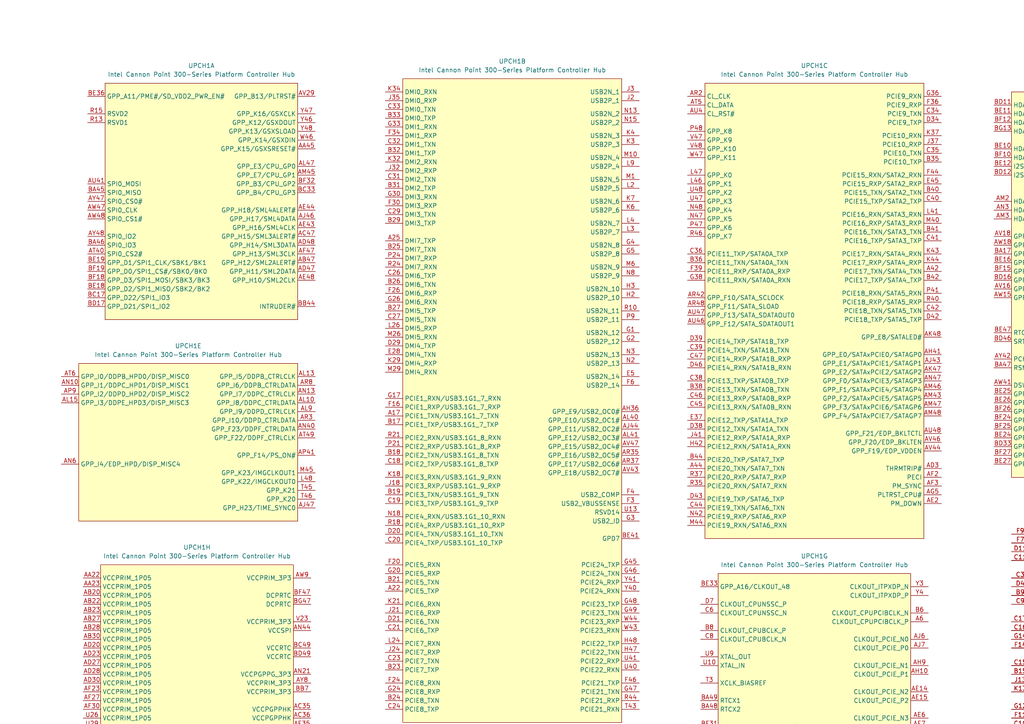
<source format=kicad_sch>
(kicad_sch (version 20250114) (generator "eeschema") (generator_version "9.0")
  (paper "A4")
  (lib_symbols
    (symbol "A-my-stuff:Intel_CFL_PCH_FCBGA874"
      (property "Reference" "UPCH" (at 0 29.21 0))
      (property "Value" "Intel Cannon Point 300-Series Platform Controller Hub" (at 0 26.67 0))
      (symbol "Intel_CFL_PCH_FCBGA874_1_1"
        (pin unspecified line (at -33.02 21.59 0) (length 5.08) (name "GPP_A11/PME#/SD_VDD2_PWR_EN#") (number "BE36"))
        (pin unspecified line (at -33.02 16.51 0) (length 5.08) (name "RSVD2") (number "R15"))
        (pin unspecified line (at -33.02 13.97 0) (length 5.08) (name "RSVD1") (number "R13"))
        (pin unspecified line (at -33.02 -3.81 0) (length 5.08) (name "SPI0_MOSI") (number "AU41"))
        (pin unspecified line (at -33.02 -6.35 0) (length 5.08) (name "SPI0_MISO") (number "BA45"))
        (pin unspecified line (at -33.02 -8.89 0) (length 5.08) (name "SPI0_CS0#") (number "AY47"))
        (pin unspecified line (at -33.02 -11.43 0) (length 5.08) (name "SPI0_CLK") (number "AW47"))
        (pin unspecified line (at -33.02 -13.97 0) (length 5.08) (name "SPI0_CS1#") (number "AW48"))
        (pin unspecified line (at -33.02 -19.05 0) (length 5.08) (name "SPI0_IO2") (number "AY48"))
        (pin unspecified line (at -33.02 -21.59 0) (length 5.08) (name "SPI0_IO3") (number "BA46"))
        (pin unspecified line (at -33.02 -24.13 0) (length 5.08) (name "SPI0_CS2#") (number "AT40"))
        (pin unspecified line (at -33.02 -26.67 0) (length 5.08) (name "GPP_D1/SPI1_CLK/SBK1/BK1") (number "BE19"))
        (pin unspecified line (at -33.02 -29.21 0) (length 5.08) (name "GPP_D0/SPI1_CS#/SBK0/BK0") (number "BF19"))
        (pin unspecified line (at -33.02 -31.75 0) (length 5.08) (name "GPP_D3/SPI1_MOSI/SBK3/BK3") (number "BF18"))
        (pin unspecified line (at -33.02 -34.29 0) (length 5.08) (name "GPP_D2/SPI1_MISO/SBK2/BK2") (number "BE18"))
        (pin unspecified line (at -33.02 -36.83 0) (length 5.08) (name "GPP_D22/SPI1_IO3") (number "BC17"))
        (pin unspecified line (at -33.02 -39.37 0) (length 5.08) (name "GPP_D21/SPI1_IO2") (number "BD17"))
        (pin unspecified line (at 33.02 21.59 180) (length 5.08) (name "GPP_B13/PLTRST#") (number "AV29"))
        (pin unspecified line (at 33.02 16.51 180) (length 5.08) (name "GPP_K16/GSXCLK") (number "Y47"))
        (pin unspecified line (at 33.02 13.97 180) (length 5.08) (name "GPP_K12/GSXDOUT") (number "Y46"))
        (pin unspecified line (at 33.02 11.43 180) (length 5.08) (name "GPP_K13/GSXSLOAD") (number "Y48"))
        (pin unspecified line (at 33.02 8.89 180) (length 5.08) (name "GPP_K14/GSXDIN") (number "W46"))
        (pin unspecified line (at 33.02 6.35 180) (length 5.08) (name "GPP_K15/GSXSRESET#") (number "AA45"))
        (pin unspecified line (at 33.02 1.27 180) (length 5.08) (name "GPP_E3/CPU_GP0") (number "AL47"))
        (pin unspecified line (at 33.02 -1.27 180) (length 5.08) (name "GPP_E7/CPU_GP1") (number "AM45"))
        (pin unspecified line (at 33.02 -3.81 180) (length 5.08) (name "GPP_B3/CPU_GP2") (number "BF32"))
        (pin unspecified line (at 33.02 -6.35 180) (length 5.08) (name "GPP_B4/CPU_GP3") (number "BC33"))
        (pin unspecified line (at 33.02 -11.43 180) (length 5.08) (name "GPP_H18/SML4ALERT#") (number "AE44"))
        (pin unspecified line (at 33.02 -13.97 180) (length 5.08) (name "GPP_H17/SML4DATA") (number "AJ46"))
        (pin unspecified line (at 33.02 -16.51 180) (length 5.08) (name "GPP_H16/SML4CLK") (number "AE43"))
        (pin unspecified line (at 33.02 -19.05 180) (length 5.08) (name "GPP_H15/SML3ALERT#") (number "AC47"))
        (pin unspecified line (at 33.02 -21.59 180) (length 5.08) (name "GPP_H14/SML3DATA") (number "AD48"))
        (pin unspecified line (at 33.02 -24.13 180) (length 5.08) (name "GPP_H13/SML3CLK") (number "AF47"))
        (pin unspecified line (at 33.02 -26.67 180) (length 5.08) (name "GPP_H12/SML2ALERT#") (number "AB47"))
        (pin unspecified line (at 33.02 -29.21 180) (length 5.08) (name "GPP_H11/SML2DATA") (number "AD47"))
        (pin unspecified line (at 33.02 -31.75 180) (length 5.08) (name "GPP_H10/SML2CLK") (number "AE48"))
        (pin unspecified line (at 33.02 -39.37 180) (length 5.08) (name "INTRUDER#") (number "BB44"))
      )
      (symbol "Intel_CFL_PCH_FCBGA874_2_1"
        (pin unspecified line (at -36.83 21.59 0) (length 5.08) (name "DMI0_RXN") (number "K34"))
        (pin unspecified line (at -36.83 19.05 0) (length 5.08) (name "DMI0_RXP") (number "J35"))
        (pin unspecified line (at -36.83 16.51 0) (length 5.08) (name "DMI0_TXN") (number "C33"))
        (pin unspecified line (at -36.83 13.97 0) (length 5.08) (name "DMI0_TXP") (number "B33"))
        (pin unspecified line (at -36.83 11.43 0) (length 5.08) (name "DMI1_RXN") (number "G33"))
        (pin unspecified line (at -36.83 8.89 0) (length 5.08) (name "DMI1_RXP") (number "F34"))
        (pin unspecified line (at -36.83 6.35 0) (length 5.08) (name "DMI1_TXN") (number "C32"))
        (pin unspecified line (at -36.83 3.81 0) (length 5.08) (name "DMI1_TXP") (number "B32"))
        (pin unspecified line (at -36.83 1.27 0) (length 5.08) (name "DMI2_RXN") (number "K32"))
        (pin unspecified line (at -36.83 -1.27 0) (length 5.08) (name "DMI2_RXP") (number "J32"))
        (pin unspecified line (at -36.83 -3.81 0) (length 5.08) (name "DMI2_TXN") (number "C31"))
        (pin unspecified line (at -36.83 -6.35 0) (length 5.08) (name "DMI2_TXP") (number "B31"))
        (pin unspecified line (at -36.83 -8.89 0) (length 5.08) (name "DMI3_RXN") (number "G30"))
        (pin unspecified line (at -36.83 -11.43 0) (length 5.08) (name "DMI3_RXP") (number "F30"))
        (pin unspecified line (at -36.83 -13.97 0) (length 5.08) (name "DMI3_TXN") (number "C29"))
        (pin unspecified line (at -36.83 -16.51 0) (length 5.08) (name "DMI3_TXP") (number "B29"))
        (pin unspecified line (at -36.83 -21.59 0) (length 5.08) (name "DMI7_TXP") (number "A25"))
        (pin unspecified line (at -36.83 -24.13 0) (length 5.08) (name "DMI7_TXN") (number "B25"))
        (pin unspecified line (at -36.83 -26.67 0) (length 5.08) (name "DMI7_RXP") (number "P24"))
        (pin unspecified line (at -36.83 -29.21 0) (length 5.08) (name "DMI7_RXN") (number "R24"))
        (pin unspecified line (at -36.83 -31.75 0) (length 5.08) (name "DMI6_TXP") (number "C26"))
        (pin unspecified line (at -36.83 -34.29 0) (length 5.08) (name "DMI6_TXN") (number "B26"))
        (pin unspecified line (at -36.83 -36.83 0) (length 5.08) (name "DMI6_RXP") (number "F26"))
        (pin unspecified line (at -36.83 -39.37 0) (length 5.08) (name "DMI6_RXN") (number "G26"))
        (pin unspecified line (at -36.83 -41.91 0) (length 5.08) (name "DMI5_TXP") (number "B27"))
        (pin unspecified line (at -36.83 -44.45 0) (length 5.08) (name "DMI5_TXN") (number "C27"))
        (pin unspecified line (at -36.83 -46.99 0) (length 5.08) (name "DMI5_RXP") (number "L26"))
        (pin unspecified line (at -36.83 -49.53 0) (length 5.08) (name "DMI5_RXN") (number "M26"))
        (pin unspecified line (at -36.83 -52.07 0) (length 5.08) (name "DMI4_TXP") (number "D29"))
        (pin unspecified line (at -36.83 -54.61 0) (length 5.08) (name "DMI4_TXN") (number "E28"))
        (pin unspecified line (at -36.83 -57.15 0) (length 5.08) (name "DMI4_RXP") (number "K29"))
        (pin unspecified line (at -36.83 -59.69 0) (length 5.08) (name "DMI4_RXN") (number "M29"))
        (pin unspecified line (at -36.83 -67.31 0) (length 5.08) (name "PCIE1_RXN/USB3.1G1_7_RXN") (number "G17"))
        (pin unspecified line (at -36.83 -69.85 0) (length 5.08) (name "PCIE1_RXP/USB3.1G1_7_RXP") (number "F16"))
        (pin unspecified line (at -36.83 -72.39 0) (length 5.08) (name "PCIE1_TXN/USB3.1G1_7_TXN") (number "A17"))
        (pin unspecified line (at -36.83 -74.93 0) (length 5.08) (name "PCIE1_TXP/USB3.1G1_7_TXP") (number "B17"))
        (pin unspecified line (at -36.83 -78.74 0) (length 5.08) (name "PCIE2_RXN/USB3.1G1_8_RXN") (number "R21"))
        (pin unspecified line (at -36.83 -81.28 0) (length 5.08) (name "PCIE2_RXP/USB3.1G1_8_RXP") (number "P21"))
        (pin unspecified line (at -36.83 -83.82 0) (length 5.08) (name "PCIE2_TXN/USB3.1G1_8_TXN") (number "B18"))
        (pin unspecified line (at -36.83 -86.36 0) (length 5.08) (name "PCIE2_TXP/USB3.1G1_8_TXP") (number "C18"))
        (pin unspecified line (at -36.83 -90.17 0) (length 5.08) (name "PCIE3_RXN/USB3.1G1_9_RXN") (number "K18"))
        (pin unspecified line (at -36.83 -92.71 0) (length 5.08) (name "PCIE3_RXP/USB3.1G1_9_RXP") (number "J18"))
        (pin unspecified line (at -36.83 -95.25 0) (length 5.08) (name "PCIE3_TXN/USB3.1G1_9_TXN") (number "B19"))
        (pin unspecified line (at -36.83 -97.79 0) (length 5.08) (name "PCIE3_TXP/USB3.1G1_9_TXP") (number "C19"))
        (pin unspecified line (at -36.83 -101.6 0) (length 5.08) (name "PCIE4_RXN/USB3.1G1_10_RXN") (number "N18"))
        (pin unspecified line (at -36.83 -104.14 0) (length 5.08) (name "PCIE4_RXP/USB3.1G1_10_RXP") (number "R18"))
        (pin unspecified line (at -36.83 -106.68 0) (length 5.08) (name "PCIE4_TXN/USB3.1G1_10_TXN") (number "D20"))
        (pin unspecified line (at -36.83 -109.22 0) (length 5.08) (name "PCIE4_TXP/USB3.1G1_10_TXP") (number "C20"))
        (pin unspecified line (at -36.83 -115.57 0) (length 5.08) (name "PCIE5_RXN") (number "F20"))
        (pin unspecified line (at -36.83 -118.11 0) (length 5.08) (name "PCIE5_RXP") (number "G20"))
        (pin unspecified line (at -36.83 -120.65 0) (length 5.08) (name "PCIE5_TXN") (number "B21"))
        (pin unspecified line (at -36.83 -123.19 0) (length 5.08) (name "PCIE5_TXP") (number "A22"))
        (pin unspecified line (at -36.83 -127 0) (length 5.08) (name "PCIE6_RXN") (number "K21"))
        (pin unspecified line (at -36.83 -129.54 0) (length 5.08) (name "PCIE6_RXP") (number "J21"))
        (pin unspecified line (at -36.83 -132.08 0) (length 5.08) (name "PCIE6_TXN") (number "D21"))
        (pin unspecified line (at -36.83 -134.62 0) (length 5.08) (name "PCIE6_TXP") (number "C21"))
        (pin unspecified line (at -36.83 -138.43 0) (length 5.08) (name "PCIE7_RXN") (number "L24"))
        (pin unspecified line (at -36.83 -140.97 0) (length 5.08) (name "PCIE7_RXP") (number "J24"))
        (pin unspecified line (at -36.83 -143.51 0) (length 5.08) (name "PCIE7_TXN") (number "C23"))
        (pin unspecified line (at -36.83 -146.05 0) (length 5.08) (name "PCIE7_TXP") (number "B23"))
        (pin unspecified line (at -36.83 -149.86 0) (length 5.08) (name "PCIE8_RXN") (number "F24"))
        (pin unspecified line (at -36.83 -152.4 0) (length 5.08) (name "PCIE8_RXP") (number "G24"))
        (pin unspecified line (at -36.83 -154.94 0) (length 5.08) (name "PCIE8_TXN") (number "B24"))
        (pin unspecified line (at -36.83 -157.48 0) (length 5.08) (name "PCIE8_TXP") (number "C24"))
        (pin unspecified line (at 36.83 21.59 180) (length 5.08) (name "USB2N_1") (number "J3"))
        (pin unspecified line (at 36.83 19.05 180) (length 5.08) (name "USB2P_1") (number "J2"))
        (pin unspecified line (at 36.83 15.24 180) (length 5.08) (name "USB2N_2") (number "N13"))
        (pin unspecified line (at 36.83 12.7 180) (length 5.08) (name "USB2P_2") (number "N15"))
        (pin unspecified line (at 36.83 8.89 180) (length 5.08) (name "USB2N_3") (number "K4"))
        (pin unspecified line (at 36.83 6.35 180) (length 5.08) (name "USB2P_3") (number "K3"))
        (pin unspecified line (at 36.83 2.54 180) (length 5.08) (name "USB2N_4") (number "M10"))
        (pin unspecified line (at 36.83 0 180) (length 5.08) (name "USB2P_4") (number "L9"))
        (pin unspecified line (at 36.83 -3.81 180) (length 5.08) (name "USB2N_5") (number "M1"))
        (pin unspecified line (at 36.83 -6.35 180) (length 5.08) (name "USB2P_5") (number "L2"))
        (pin unspecified line (at 36.83 -10.16 180) (length 5.08) (name "USB2N_6") (number "K7"))
        (pin unspecified line (at 36.83 -12.7 180) (length 5.08) (name "USB2P_6") (number "K6"))
        (pin unspecified line (at 36.83 -16.51 180) (length 5.08) (name "USB2N_7") (number "L4"))
        (pin unspecified line (at 36.83 -19.05 180) (length 5.08) (name "USB2P_7") (number "L3"))
        (pin unspecified line (at 36.83 -22.86 180) (length 5.08) (name "USB2N_8") (number "G4"))
        (pin unspecified line (at 36.83 -25.4 180) (length 5.08) (name "USB2P_8") (number "G5"))
        (pin unspecified line (at 36.83 -29.21 180) (length 5.08) (name "USB2N_9") (number "M6"))
        (pin unspecified line (at 36.83 -31.75 180) (length 5.08) (name "USB2P_9") (number "N8"))
        (pin unspecified line (at 36.83 -35.56 180) (length 5.08) (name "USB2N_10") (number "H3"))
        (pin unspecified line (at 36.83 -38.1 180) (length 5.08) (name "USB2P_10") (number "H2"))
        (pin unspecified line (at 36.83 -41.91 180) (length 5.08) (name "USB2N_11") (number "R10"))
        (pin unspecified line (at 36.83 -44.45 180) (length 5.08) (name "USB2P_11") (number "P9"))
        (pin unspecified line (at 36.83 -48.26 180) (length 5.08) (name "USB2N_12") (number "G1"))
        (pin unspecified line (at 36.83 -50.8 180) (length 5.08) (name "USB2P_12") (number "G2"))
        (pin unspecified line (at 36.83 -54.61 180) (length 5.08) (name "USB2N_13") (number "N3"))
        (pin unspecified line (at 36.83 -57.15 180) (length 5.08) (name "USB2P_13") (number "N2"))
        (pin unspecified line (at 36.83 -60.96 180) (length 5.08) (name "USB2N_14") (number "E5"))
        (pin unspecified line (at 36.83 -63.5 180) (length 5.08) (name "USB2P_14") (number "F6"))
        (pin unspecified line (at 36.83 -71.12 180) (length 5.08) (name "GPP_E9/USB2_OC0#") (number "AH36"))
        (pin unspecified line (at 36.83 -73.66 180) (length 5.08) (name "GPP_E10/USB2_OC1#") (number "AL40"))
        (pin unspecified line (at 36.83 -76.2 180) (length 5.08) (name "GPP_E11/USB2_OC2#") (number "AJ44"))
        (pin unspecified line (at 36.83 -78.74 180) (length 5.08) (name "GPP_E12/USB2_OC3#") (number "AL41"))
        (pin unspecified line (at 36.83 -81.28 180) (length 5.08) (name "GPP_E15/USB2_OC4#") (number "AV47"))
        (pin unspecified line (at 36.83 -83.82 180) (length 5.08) (name "GPP_E16/USB2_OC5#") (number "AR35"))
        (pin unspecified line (at 36.83 -86.36 180) (length 5.08) (name "GPP_E17/USB2_OC6#") (number "AR37"))
        (pin unspecified line (at 36.83 -88.9 180) (length 5.08) (name "GPP_E18/USB2_OC7#") (number "AV43"))
        (pin unspecified line (at 36.83 -95.25 180) (length 5.08) (name "USB2_COMP") (number "F4"))
        (pin unspecified line (at 36.83 -97.79 180) (length 5.08) (name "USB2_VBUSSENSE") (number "F3"))
        (pin unspecified line (at 36.83 -100.33 180) (length 5.08) (name "RSVD14") (number "U13"))
        (pin unspecified line (at 36.83 -102.87 180) (length 5.08) (name "USB2_ID") (number "G3"))
        (pin unspecified line (at 36.83 -107.95 180) (length 5.08) (name "GPD7") (number "BE41"))
        (pin unspecified line (at 36.83 -115.57 180) (length 5.08) (name "PCIE24_TXP") (number "G45"))
        (pin unspecified line (at 36.83 -118.11 180) (length 5.08) (name "PCIE24_TXN") (number "G46"))
        (pin unspecified line (at 36.83 -120.65 180) (length 5.08) (name "PCIE24_RXP") (number "Y41"))
        (pin unspecified line (at 36.83 -123.19 180) (length 5.08) (name "PCIE24_RXN") (number "Y40"))
        (pin unspecified line (at 36.83 -127 180) (length 5.08) (name "PCIE23_TXP") (number "G48"))
        (pin unspecified line (at 36.83 -129.54 180) (length 5.08) (name "PCIE23_TXN") (number "G49"))
        (pin unspecified line (at 36.83 -132.08 180) (length 5.08) (name "PCIE23_RXP") (number "W44"))
        (pin unspecified line (at 36.83 -134.62 180) (length 5.08) (name "PCIE23_RXN") (number "W43"))
        (pin unspecified line (at 36.83 -138.43 180) (length 5.08) (name "PCIE22_TXP") (number "H48"))
        (pin unspecified line (at 36.83 -140.97 180) (length 5.08) (name "PCIE22_TXN") (number "H47"))
        (pin unspecified line (at 36.83 -143.51 180) (length 5.08) (name "PCIE22_RXP") (number "U41"))
        (pin unspecified line (at 36.83 -146.05 180) (length 5.08) (name "PCIE22_RXN") (number "U40"))
        (pin unspecified line (at 36.83 -149.86 180) (length 5.08) (name "PCIE21_TXP") (number "F46"))
        (pin unspecified line (at 36.83 -152.4 180) (length 5.08) (name "PCIE21_TXN") (number "G47"))
        (pin unspecified line (at 36.83 -154.94 180) (length 5.08) (name "PCIE21_RXP") (number "R44"))
        (pin unspecified line (at 36.83 -157.48 180) (length 5.08) (name "PCIE21_RXN") (number "T43"))
      )
      (symbol "Intel_CFL_PCH_FCBGA874_3_1"
        (pin unspecified line (at -36.83 21.59 0) (length 5.08) (name "CL_CLK") (number "AR2"))
        (pin unspecified line (at -36.83 19.05 0) (length 5.08) (name "CL_DATA") (number "AT5"))
        (pin unspecified line (at -36.83 16.51 0) (length 5.08) (name "CL_RST#") (number "AU4"))
        (pin unspecified line (at -36.83 11.43 0) (length 5.08) (name "GPP_K8") (number "P48"))
        (pin unspecified line (at -36.83 8.89 0) (length 5.08) (name "GPP_K9") (number "V47"))
        (pin unspecified line (at -36.83 6.35 0) (length 5.08) (name "GPP_K10") (number "V48"))
        (pin unspecified line (at -36.83 3.81 0) (length 5.08) (name "GPP_K11") (number "W47"))
        (pin unspecified line (at -36.83 -1.27 0) (length 5.08) (name "GPP_K0") (number "L47"))
        (pin unspecified line (at -36.83 -3.81 0) (length 5.08) (name "GPP_K1") (number "L46"))
        (pin unspecified line (at -36.83 -6.35 0) (length 5.08) (name "GPP_K2") (number "U48"))
        (pin unspecified line (at -36.83 -8.89 0) (length 5.08) (name "GPP_K3") (number "U47"))
        (pin unspecified line (at -36.83 -11.43 0) (length 5.08) (name "GPP_K4") (number "N48"))
        (pin unspecified line (at -36.83 -13.97 0) (length 5.08) (name "GPP_K5") (number "N47"))
        (pin unspecified line (at -36.83 -16.51 0) (length 5.08) (name "GPP_K6") (number "P47"))
        (pin unspecified line (at -36.83 -19.05 0) (length 5.08) (name "GPP_K7") (number "R46"))
        (pin unspecified line (at -36.83 -24.13 0) (length 5.08) (name "PCIE11_TXP/SATA0A_TXP") (number "C36"))
        (pin unspecified line (at -36.83 -26.67 0) (length 5.08) (name "PCIE11_TXN/SATA0A_TXN") (number "B36"))
        (pin unspecified line (at -36.83 -29.21 0) (length 5.08) (name "PCIE11_RXP/SATA0A_RXP") (number "F39"))
        (pin unspecified line (at -36.83 -31.75 0) (length 5.08) (name "PCIE11_RXN/SATA0A_RXN") (number "G38"))
        (pin unspecified line (at -36.83 -36.83 0) (length 5.08) (name "GPP_F10/SATA_SCLOCK") (number "AR42"))
        (pin unspecified line (at -36.83 -39.37 0) (length 5.08) (name "GPP_F11/SATA_SLOAD") (number "AR48"))
        (pin unspecified line (at -36.83 -41.91 0) (length 5.08) (name "GPP_F13/SATA_SDATAOUT0") (number "AU47"))
        (pin unspecified line (at -36.83 -44.45 0) (length 5.08) (name "GPP_F12/SATA_SDATAOUT1") (number "AU46"))
        (pin unspecified line (at -36.83 -49.53 0) (length 5.08) (name "PCIE14_TXP/SATA1B_TXP") (number "D39"))
        (pin unspecified line (at -36.83 -52.07 0) (length 5.08) (name "PCIE14_TXN/SATA1B_TXN") (number "C39"))
        (pin unspecified line (at -36.83 -54.61 0) (length 5.08) (name "PCIE14_RXP/SATA1B_RXP") (number "C47"))
        (pin unspecified line (at -36.83 -57.15 0) (length 5.08) (name "PCIE14_RXN/SATA1B_RXN") (number "D46"))
        (pin unspecified line (at -36.83 -60.96 0) (length 5.08) (name "PCIE13_TXP/SATA0B_TXP") (number "C38"))
        (pin unspecified line (at -36.83 -63.5 0) (length 5.08) (name "PCIE13_TXN/SATA0B_TXN") (number "B38"))
        (pin unspecified line (at -36.83 -66.04 0) (length 5.08) (name "PCIE13_RXP/SATA0B_RXP") (number "C46"))
        (pin unspecified line (at -36.83 -68.58 0) (length 5.08) (name "PCIE13_RXN/SATA0B_RXN") (number "C45"))
        (pin unspecified line (at -36.83 -72.39 0) (length 5.08) (name "PCIE12_TXP/SATA1A_TXP") (number "E37"))
        (pin unspecified line (at -36.83 -74.93 0) (length 5.08) (name "PCIE12_TXN/SATA1A_TXN") (number "D38"))
        (pin unspecified line (at -36.83 -77.47 0) (length 5.08) (name "PCIE12_RXP/SATA1A_RXP") (number "J41"))
        (pin unspecified line (at -36.83 -80.01 0) (length 5.08) (name "PCIE12_RXN/SATA1A_RXN") (number "H42"))
        (pin unspecified line (at -36.83 -83.82 0) (length 5.08) (name "PCIE20_TXP/SATA7_TXP") (number "B44"))
        (pin unspecified line (at -36.83 -86.36 0) (length 5.08) (name "PCIE20_TXN/SATA7_TXN") (number "A44"))
        (pin unspecified line (at -36.83 -88.9 0) (length 5.08) (name "PCIE20_RXP/SATA7_RXP") (number "R37"))
        (pin unspecified line (at -36.83 -91.44 0) (length 5.08) (name "PCIE20_RXN/SATA7_RXN") (number "R35"))
        (pin unspecified line (at -36.83 -95.25 0) (length 5.08) (name "PCIE19_TXP/SATA6_TXP") (number "D43"))
        (pin unspecified line (at -36.83 -97.79 0) (length 5.08) (name "PCIE19_TXN/SATA6_TXN") (number "C44"))
        (pin unspecified line (at -36.83 -100.33 0) (length 5.08) (name "PCIE19_RXP/SATA6_RXP") (number "N42"))
        (pin unspecified line (at -36.83 -102.87 0) (length 5.08) (name "PCIE19_RXN/SATA6_RXN") (number "M44"))
        (pin unspecified line (at 36.83 21.59 180) (length 5.08) (name "PCIE9_RXN") (number "G36"))
        (pin unspecified line (at 36.83 19.05 180) (length 5.08) (name "PCIE9_RXP") (number "F36"))
        (pin unspecified line (at 36.83 16.51 180) (length 5.08) (name "PCIE9_TXN") (number "C34"))
        (pin unspecified line (at 36.83 13.97 180) (length 5.08) (name "PCIE9_TXP") (number "D34"))
        (pin unspecified line (at 36.83 10.16 180) (length 5.08) (name "PCIE10_RXN") (number "K37"))
        (pin unspecified line (at 36.83 7.62 180) (length 5.08) (name "PCIE10_RXP") (number "J37"))
        (pin unspecified line (at 36.83 5.08 180) (length 5.08) (name "PCIE10_TXN") (number "C35"))
        (pin unspecified line (at 36.83 2.54 180) (length 5.08) (name "PCIE10_TXP") (number "B35"))
        (pin unspecified line (at 36.83 -1.27 180) (length 5.08) (name "PCIE15_RXN/SATA2_RXN") (number "F44"))
        (pin unspecified line (at 36.83 -3.81 180) (length 5.08) (name "PCIE15_RXP/SATA2_RXP") (number "E45"))
        (pin unspecified line (at 36.83 -6.35 180) (length 5.08) (name "PCIE15_TXN/SATA2_TXN") (number "B40"))
        (pin unspecified line (at 36.83 -8.89 180) (length 5.08) (name "PCIE15_TXP/SATA2_TXP") (number "C40"))
        (pin unspecified line (at 36.83 -12.7 180) (length 5.08) (name "PCIE16_RXN/SATA3_RXN") (number "L41"))
        (pin unspecified line (at 36.83 -15.24 180) (length 5.08) (name "PCIE16_RXP/SATA3_RXP") (number "M40"))
        (pin unspecified line (at 36.83 -17.78 180) (length 5.08) (name "PCIE16_TXN/SATA3_TXN") (number "B41"))
        (pin unspecified line (at 36.83 -20.32 180) (length 5.08) (name "PCIE16_TXP/SATA3_TXP") (number "C41"))
        (pin unspecified line (at 36.83 -24.13 180) (length 5.08) (name "PCIE17_RXN/SATA4_RXN") (number "K43"))
        (pin unspecified line (at 36.83 -26.67 180) (length 5.08) (name "PCIE17_RXP/SATA4_RXP") (number "K44"))
        (pin unspecified line (at 36.83 -29.21 180) (length 5.08) (name "PCIE17_TXN/SATA4_TXN") (number "A42"))
        (pin unspecified line (at 36.83 -31.75 180) (length 5.08) (name "PCIE17_TXP/SATA4_TXP") (number "B42"))
        (pin unspecified line (at 36.83 -35.56 180) (length 5.08) (name "PCIE18_RXN/SATA5_RXN") (number "P41"))
        (pin unspecified line (at 36.83 -38.1 180) (length 5.08) (name "PCIE18_RXP/SATA5_RXP") (number "R40"))
        (pin unspecified line (at 36.83 -40.64 180) (length 5.08) (name "PCIE18_TXN/SATA5_TXN") (number "C42"))
        (pin unspecified line (at 36.83 -43.18 180) (length 5.08) (name "PCIE18_TXP/SATA5_TXP") (number "D42"))
        (pin unspecified line (at 36.83 -48.26 180) (length 5.08) (name "GPP_E8/SATALED#") (number "AK48"))
        (pin unspecified line (at 36.83 -53.34 180) (length 5.08) (name "GPP_E0/SATAxPCIE0/SATAGP0") (number "AH41"))
        (pin unspecified line (at 36.83 -55.88 180) (length 5.08) (name "GPP_E1/SATAxPCIE1/SATAGP1") (number "AJ43"))
        (pin unspecified line (at 36.83 -58.42 180) (length 5.08) (name "GPP_E2/SATAxPCIE2/SATAGP2") (number "AK47"))
        (pin unspecified line (at 36.83 -60.96 180) (length 5.08) (name "GPP_F0/SATAxPCIE3/SATAGP3") (number "AN47"))
        (pin unspecified line (at 36.83 -63.5 180) (length 5.08) (name "GPP_F1/SATAxPCIE4/SATAGP4") (number "AM46"))
        (pin unspecified line (at 36.83 -66.04 180) (length 5.08) (name "GPP_F2/SATAxPCIE5/SATAGP5") (number "AM43"))
        (pin unspecified line (at 36.83 -68.58 180) (length 5.08) (name "GPP_F3/SATAxPCIE6/SATAGP6") (number "AM47"))
        (pin unspecified line (at 36.83 -71.12 180) (length 5.08) (name "GPP_F4/SATAxPCIE7/SATAGP7") (number "AM48"))
        (pin unspecified line (at 36.83 -76.2 180) (length 5.08) (name "GPP_F21/EDP_BKLTCTL") (number "AU48"))
        (pin unspecified line (at 36.83 -78.74 180) (length 5.08) (name "GPP_F20/EDP_BKLTEN") (number "AV46"))
        (pin unspecified line (at 36.83 -81.28 180) (length 5.08) (name "GPP_F19/EDP_VDDEN") (number "AV44"))
        (pin unspecified line (at 36.83 -86.36 180) (length 5.08) (name "THRMTRIP#") (number "AD3"))
        (pin unspecified line (at 36.83 -88.9 180) (length 5.08) (name "PECI") (number "AF2"))
        (pin unspecified line (at 36.83 -91.44 180) (length 5.08) (name "PM_SYNC") (number "AF3"))
        (pin unspecified line (at 36.83 -93.98 180) (length 5.08) (name "PLTRST_CPU#") (number "AG5"))
        (pin unspecified line (at 36.83 -96.52 180) (length 5.08) (name "PM_DOWN") (number "AE2"))
      )
      (symbol "Intel_CFL_PCH_FCBGA874_4_1"
        (pin unspecified line (at -41.91 21.59 0) (length 5.08) (name "HDA_BCLK/I2S0_SCLK") (number "BD11"))
        (pin unspecified line (at -41.91 19.05 0) (length 5.08) (name "HDA_SDI0/I2S0_RXD") (number "BE11"))
        (pin unspecified line (at -41.91 16.51 0) (length 5.08) (name "HDA_SDO/I2S0_TXD") (number "BF12"))
        (pin unspecified line (at -41.91 13.97 0) (length 5.08) (name "HDA_SYNC/I2S0_SFRM") (number "BG13"))
        (pin unspecified line (at -41.91 8.89 0) (length 5.08) (name "HDA_RST#/I2S1_SCLK") (number "BE10"))
        (pin unspecified line (at -41.91 6.35 0) (length 5.08) (name "HDA_SDI1/I2S1_RXD") (number "BF10"))
        (pin unspecified line (at -41.91 3.81 0) (length 5.08) (name "I2S1_TXD/SNDW2_DATA") (number "BE12"))
        (pin unspecified line (at -41.91 1.27 0) (length 5.08) (name "I2S1_SFRM/SNDW2_CLK") (number "BD12"))
        (pin unspecified line (at -41.91 -6.35 0) (length 5.08) (name "HDACPU_SDO") (number "AM2"))
        (pin unspecified line (at -41.91 -8.89 0) (length 5.08) (name "HDACPU_SDI") (number "AN3"))
        (pin unspecified line (at -41.91 -11.43 0) (length 5.08) (name "HDACPU_SCLK") (number "AM3"))
        (pin unspecified line (at -41.91 -16.51 0) (length 5.08) (name "GPP_D8/I2S2_SCLK") (number "AV18"))
        (pin unspecified line (at -41.91 -19.05 0) (length 5.08) (name "GPP_D7/I2S2_RXD") (number "AW18"))
        (pin unspecified line (at -41.91 -21.59 0) (length 5.08) (name "GPP_D6/I2S2_TXD/MODEM_CLKREQ") (number "BA17"))
        (pin unspecified line (at -41.91 -24.13 0) (length 5.08) (name "GPP_D5/I2S2_SFRM/CNV_RF_RESET#") (number "BE16"))
        (pin unspecified line (at -41.91 -26.67 0) (length 5.08) (name "GPP_D20/DMIC_DATA0/SNDW4_DATA") (number "BF15"))
        (pin unspecified line (at -41.91 -29.21 0) (length 5.08) (name "GPP_D19/DMIC_CLK0/SNDW4_CLK") (number "BD16"))
        (pin unspecified line (at -41.91 -31.75 0) (length 5.08) (name "GPP_D18/DMIC_DATA1/SNDW3_DATA") (number "AV16"))
        (pin unspecified line (at -41.91 -34.29 0) (length 5.08) (name "GPP_D17/DMIC_CLK1/SNDW3_CLK") (number "AW15"))
        (pin unspecified line (at -41.91 -44.45 0) (length 5.08) (name "RTCRST#") (number "BE47"))
        (pin unspecified line (at -41.91 -46.99 0) (length 5.08) (name "SRTCRST#") (number "BD46"))
        (pin unspecified line (at -41.91 -52.07 0) (length 5.08) (name "PCH_PWROK") (number "AY42"))
        (pin unspecified line (at -41.91 -54.61 0) (length 5.08) (name "RSMRST#") (number "BA47"))
        (pin unspecified line (at -41.91 -59.69 0) (length 5.08) (name "DSW_PWROK") (number "AW41"))
        (pin unspecified line (at -41.91 -62.23 0) (length 5.08) (name "GPP_C2/SMBALERT#") (number "BE25"))
        (pin unspecified line (at -41.91 -64.77 0) (length 5.08) (name "GPP_C0/SMBCLK") (number "BE26"))
        (pin unspecified line (at -41.91 -67.31 0) (length 5.08) (name "GPP_C1/SMBDATA") (number "BF26"))
        (pin unspecified line (at -41.91 -69.85 0) (length 5.08) (name "GPP_C5/SML0ALERT#") (number "BF24"))
        (pin unspecified line (at -41.91 -72.39 0) (length 5.08) (name "GPP_C3/SML0CLK") (number "BF25"))
        (pin unspecified line (at -41.91 -74.93 0) (length 5.08) (name "GPP_C4/SML0DATA") (number "BE24"))
        (pin unspecified line (at -41.91 -77.47 0) (length 5.08) (name "GPP_B23/SML1ALERT#/PCHHOT#") (number "BD33"))
        (pin unspecified line (at -41.91 -80.01 0) (length 5.08) (name "GPP_C6/SML1CLK") (number "BF27"))
        (pin unspecified line (at -41.91 -82.55 0) (length 5.08) (name "GPP_C7/SML1DATA") (number "BE27"))
        (pin unspecified line (at 41.91 21.59 180) (length 5.08) (name "GPP_A12/BM_BUSY#/ISH_GP6/SX_EXIT_HOLDOFF#") (number "BF36"))
        (pin unspecified line (at 41.91 19.05 180) (length 5.08) (name "GPP_A8/CLKRUN#") (number "AV32"))
        (pin unspecified line (at 41.91 13.97 180) (length 5.08) (name "GPD11/LANPHYPC") (number "BF41"))
        (pin unspecified line (at 41.91 8.89 180) (length 5.08) (name "GPD9/SLP_WLAN#") (number "BD42"))
        (pin unspecified line (at 41.91 3.81 180) (length 5.08) (name "DRAM_RESET#") (number "BB46"))
        (pin unspecified line (at 41.91 1.27 180) (length 5.08) (name "GPP_B2/VRALERT#") (number "BE32"))
        (pin unspecified line (at 41.91 -1.27 180) (length 5.08) (name "GPP_B1/GSPI_CS1#/TIME_SYNC1") (number "BF33"))
        (pin unspecified line (at 41.91 -3.81 180) (length 5.08) (name "GPP_B0/GSPI0_CS1#") (number "BE29"))
        (pin unspecified line (at 41.91 -6.35 180) (length 5.08) (name "GPP_K17/ADR_COMPLETE") (number "R47"))
        (pin unspecified line (at 41.91 -8.89 180) (length 5.08) (name "GPP_B11/I2S_MCLK") (number "AP29"))
        (pin unspecified line (at 41.91 -11.43 180) (length 5.08) (name "SYS_PWROK") (number "AU3"))
        (pin unspecified line (at 41.91 -16.51 180) (length 5.08) (name "WAKE#") (number "BB47"))
        (pin unspecified line (at 41.91 -19.05 180) (length 5.08) (name "GPD6/SLP_A#") (number "BE40"))
        (pin unspecified line (at 41.91 -21.59 180) (length 5.08) (name "SLP_LAN#") (number "BF40"))
        (pin unspecified line (at 41.91 -24.13 180) (length 5.08) (name "GPP_B12/SLP_S0#") (number "BC28"))
        (pin unspecified line (at 41.91 -26.67 180) (length 5.08) (name "GPD4/SLP_S3#") (number "BF42"))
        (pin unspecified line (at 41.91 -29.21 180) (length 5.08) (name "GPD5/SLP_S4#") (number "BE42"))
        (pin unspecified line (at 41.91 -31.75 180) (length 5.08) (name "GPD10/SLP_S5#") (number "BC42"))
        (pin unspecified line (at 41.91 -36.83 180) (length 5.08) (name "GPD8/SUSCLK") (number "BE45"))
        (pin unspecified line (at 41.91 -39.37 180) (length 5.08) (name "GPD0/BATLOW#") (number "BF44"))
        (pin unspecified line (at 41.91 -41.91 180) (length 5.08) (name "GPP_A15/SUSACK#") (number "BE35"))
        (pin unspecified line (at 41.91 -44.45 180) (length 5.08) (name "GPP_A13/SUSWARN#/SUSPWRDNACK") (number "BC37"))
        (pin unspecified line (at 41.91 -49.53 180) (length 5.08) (name "GPD2/LAN_WAKE#") (number "BG44"))
        (pin unspecified line (at 41.91 -52.07 180) (length 5.08) (name "GPD1/ACPRESENT") (number "BG42"))
        (pin unspecified line (at 41.91 -54.61 180) (length 5.08) (name "SLP_SUS#") (number "BD39"))
        (pin unspecified line (at 41.91 -57.15 180) (length 5.08) (name "GPD3/PWRBTN#") (number "BE46"))
        (pin unspecified line (at 41.91 -59.69 180) (length 5.08) (name "SYS_RESET#") (number "AU2"))
        (pin unspecified line (at 41.91 -62.23 180) (length 5.08) (name "GPP_B14/SPKR") (number "AW29"))
        (pin unspecified line (at 41.91 -64.77 180) (length 5.08) (name "CPUPWRGD") (number "AE3"))
        (pin unspecified line (at 41.91 -69.85 180) (length 5.08) (name "ITP_PMODE") (number "AL3"))
        (pin unspecified line (at 41.91 -72.39 180) (length 5.08) (name "PCH_JTAGX") (number "AH4"))
        (pin unspecified line (at 41.91 -74.93 180) (length 5.08) (name "PCH_JTAG_TMS") (number "AJ4"))
        (pin unspecified line (at 41.91 -77.47 180) (length 5.08) (name "PCH_JTAG_TDO") (number "AH3"))
        (pin unspecified line (at 41.91 -80.01 180) (length 5.08) (name "PCH_JTAG_TDI") (number "AH2"))
        (pin unspecified line (at 41.91 -82.55 180) (length 5.08) (name "PCH_JTAG_TCK") (number "AJ3"))
      )
      (symbol "Intel_CFL_PCH_FCBGA874_5_1"
        (pin unspecified line (at -36.83 21.59 0) (length 5.08) (name "GPP_I0/DDPB_HPD0/DISP_MISC0") (number "AT6"))
        (pin unspecified line (at -36.83 19.05 0) (length 5.08) (name "GPP_I1/DDPC_HPD1/DISP_MISC1") (number "AN10"))
        (pin unspecified line (at -36.83 16.51 0) (length 5.08) (name "GPP_I2/DDPD_HPD2/DISP_MISC2") (number "AP9"))
        (pin unspecified line (at -36.83 13.97 0) (length 5.08) (name "GPP_I3/DDPE_HPD3/DISP_MISC3") (number "AL15"))
        (pin unspecified line (at -36.83 -3.81 0) (length 5.08) (name "GPP_I4/EDP_HPD/DISP_MISC4") (number "AN6"))
        (pin unspecified line (at 36.83 21.59 180) (length 5.08) (name "GPP_I5/DDPB_CTRLCLK") (number "AL13"))
        (pin unspecified line (at 36.83 19.05 180) (length 5.08) (name "GPP_I6/DDPB_CTRLDATA") (number "AR8"))
        (pin unspecified line (at 36.83 16.51 180) (length 5.08) (name "GPP_I7/DDPC_CTRLCLK") (number "AN13"))
        (pin unspecified line (at 36.83 13.97 180) (length 5.08) (name "GPP_I8/DDPC_CTRLDATA") (number "AL10"))
        (pin unspecified line (at 36.83 11.43 180) (length 5.08) (name "GPP_I9/DDPD_CTRLCLK") (number "AL9"))
        (pin unspecified line (at 36.83 8.89 180) (length 5.08) (name "GPP_I10/DDPD_CTRLDATA") (number "AR3"))
        (pin unspecified line (at 36.83 6.35 180) (length 5.08) (name "GPP_F23/DDPF_CTRLDATA") (number "AN40"))
        (pin unspecified line (at 36.83 3.81 180) (length 5.08) (name "GPP_F22/DDPF_CTRLCLK") (number "AT49"))
        (pin unspecified line (at 36.83 -1.27 180) (length 5.08) (name "GPP_F14/PS_ON#") (number "AP41"))
        (pin unspecified line (at 36.83 -6.35 180) (length 5.08) (name "GPP_K23/IMGCLKOUT1") (number "M45"))
        (pin unspecified line (at 36.83 -8.89 180) (length 5.08) (name "GPP_K22/IMGCLKOUT0") (number "L48"))
        (pin unspecified line (at 36.83 -11.43 180) (length 5.08) (name "GPP_K21") (number "T45"))
        (pin unspecified line (at 36.83 -13.97 180) (length 5.08) (name "GPP_K20") (number "T46"))
        (pin unspecified line (at 36.83 -16.51 180) (length 5.08) (name "GPP_H23/TIME_SYNC0") (number "AJ47"))
      )
      (symbol "Intel_CFL_PCH_FCBGA874_6_1"
        (pin unspecified line (at -33.02 21.59 0) (length 5.08) (name "USB3.1G2_1_TXN") (number "F9"))
        (pin unspecified line (at -33.02 19.05 0) (length 5.08) (name "USB3.1G2_1_TXP") (number "F7"))
        (pin unspecified line (at -33.02 16.51 0) (length 5.08) (name "USB3.1G2_1_RXN") (number "D11"))
        (pin unspecified line (at -33.02 13.97 0) (length 5.08) (name "USB3.1G2_1_RXP") (number "C11"))
        (pin unspecified line (at -33.02 8.89 0) (length 5.08) (name "USB3.1G2_2_TXN") (number "C3"))
        (pin unspecified line (at -33.02 6.35 0) (length 5.08) (name "USB3.1G2_2_TXP") (number "D4"))
        (pin unspecified line (at -33.02 3.81 0) (length 5.08) (name "USB3.1G2_2_RXN") (number "B9"))
        (pin unspecified line (at -33.02 1.27 0) (length 5.08) (name "USB3.1G2_2_RXP") (number "C9"))
        (pin unspecified line (at -33.02 -3.81 0) (length 5.08) (name "USB3.1G2_6_TXN") (number "C17"))
        (pin unspecified line (at -33.02 -6.35 0) (length 5.08) (name "USB3.1G2_6_TXP") (number "C16"))
        (pin unspecified line (at -33.02 -8.89 0) (length 5.08) (name "USB3.1G2_6_RXN") (number "G14"))
        (pin unspecified line (at -33.02 -11.43 0) (length 5.08) (name "USB3.1G2_6_RXP") (number "F14"))
        (pin unspecified line (at -33.02 -16.51 0) (length 5.08) (name "USB3.1G2_5_TXN") (number "C15"))
        (pin unspecified line (at -33.02 -19.05 0) (length 5.08) (name "USB3.1G2_5_TXP") (number "B15"))
        (pin unspecified line (at -33.02 -21.59 0) (length 5.08) (name "USB3.1G2_5_RXN") (number "J13"))
        (pin unspecified line (at -33.02 -24.13 0) (length 5.08) (name "USB3.1G2_5_RXP") (number "K13"))
        (pin unspecified line (at -33.02 -29.21 0) (length 5.08) (name "USB3.1G2_3_TXP") (number "G12"))
        (pin unspecified line (at -33.02 -31.75 0) (length 5.08) (name "USB3.1G2_3_TXN") (number "F11"))
        (pin unspecified line (at -33.02 -34.29 0) (length 5.08) (name "USB3.1G2_3_RXP") (number "C10"))
        (pin unspecified line (at -33.02 -36.83 0) (length 5.08) (name "USB3.1G2_3_RXN") (number "B10"))
        (pin unspecified line (at -33.02 -41.91 0) (length 5.08) (name "USB3.1G2_4_TXP") (number "C14"))
        (pin unspecified line (at -33.02 -44.45 0) (length 5.08) (name "USB3.1G2_4_TXN") (number "B14"))
        (pin unspecified line (at -33.02 -46.99 0) (length 5.08) (name "USB3.1G2_4_RXP") (number "J15"))
        (pin unspecified line (at -33.02 -49.53 0) (length 5.08) (name "USB3.1G2_4_RXN") (number "K16"))
        (pin unspecified line (at 33.02 21.59 180) (length 5.08) (name "GPP_A1/LAD0/ESPI_IO0") (number "BB39"))
        (pin unspecified line (at 33.02 19.05 180) (length 5.08) (name "GPP_A2/LAD1/ESPI_IO1") (number "AW37"))
        (pin unspecified line (at 33.02 16.51 180) (length 5.08) (name "GPP_A3/LAD2/ESPI_IO2") (number "AV37"))
        (pin unspecified line (at 33.02 13.97 180) (length 5.08) (name "GPP_A4/LAD3/ESPI_IO3") (number "BA38"))
        (pin unspecified line (at 33.02 6.35 180) (length 5.08) (name "GPP_A5/LFRAME#/ESPI_CS0#") (number "BE38"))
        (pin unspecified line (at 33.02 3.81 180) (length 5.08) (name "GPP_A6/SERIRQ/ESPI_CS1#") (number "AW35"))
        (pin unspecified line (at 33.02 1.27 180) (length 5.08) (name "GPP_A7/PIRQA#/ESPI_ALERT0#") (number "BA36"))
        (pin unspecified line (at 33.02 -1.27 180) (length 5.08) (name "GPP_A0/RCIN#/ESPI_ALERT1#") (number "BE39"))
        (pin unspecified line (at 33.02 -3.81 180) (length 5.08) (name "GPP_A14/SUS_STAT#/ESPI_RESET#") (number "BF38"))
        (pin unspecified line (at 33.02 -8.89 180) (length 5.08) (name "GPP_A9/CLKOUT_LPC0/ESPI_CLK") (number "BB36"))
        (pin unspecified line (at 33.02 -11.43 180) (length 5.08) (name "GPP_A10/CLKOUT_LPC1") (number "BB34"))
        (pin unspecified line (at 33.02 -16.51 180) (length 5.08) (name "GPP_K19/SMI#") (number "T48"))
        (pin unspecified line (at 33.02 -19.05 180) (length 5.08) (name "GPP_K18/NMI#") (number "T47"))
        (pin unspecified line (at 33.02 -26.67 180) (length 5.08) (name "GPP_E6/SATA_DEVSLP2") (number "AH40"))
        (pin unspecified line (at 33.02 -29.21 180) (length 5.08) (name "GPP_E5/SATA_DEVSLP1") (number "AH35"))
        (pin unspecified line (at 33.02 -31.75 180) (length 5.08) (name "GPP_E4/SATA_DEVSLP0") (number "AL48"))
        (pin unspecified line (at 33.02 -34.29 180) (length 5.08) (name "GPP_F9/SATA_DEVSLP7") (number "AP47"))
        (pin unspecified line (at 33.02 -36.83 180) (length 5.08) (name "GPP_F8/SATA_DEVSLP6") (number "AN37"))
        (pin unspecified line (at 33.02 -39.37 180) (length 5.08) (name "GPP_F7/SATA_DEVSLP5") (number "AN46"))
        (pin unspecified line (at 33.02 -41.91 180) (length 5.08) (name "GPP_F6/SATA_DEVSLP4") (number "AR47"))
        (pin unspecified line (at 33.02 -44.45 180) (length 5.08) (name "GPP_F5/SATA_DEVSLP3") (number "AP48"))
      )
      (symbol "Intel_CFL_PCH_FCBGA874_7_1"
        (pin unspecified line (at -33.02 21.59 0) (length 5.08) (name "GPP_A16/CLKOUT_48") (number "BE33"))
        (pin unspecified line (at -33.02 16.51 0) (length 5.08) (name "CLKOUT_CPUNSSC_P") (number "D7"))
        (pin unspecified line (at -33.02 13.97 0) (length 5.08) (name "CLKOUT_CPUNSSC_N") (number "C6"))
        (pin unspecified line (at -33.02 8.89 0) (length 5.08) (name "CLKOUT_CPUBCLK_P") (number "B8"))
        (pin unspecified line (at -33.02 6.35 0) (length 5.08) (name "CLKOUT_CPUBCLK_N") (number "C8"))
        (pin unspecified line (at -33.02 1.27 0) (length 5.08) (name "XTAL_OUT") (number "U9"))
        (pin unspecified line (at -33.02 -1.27 0) (length 5.08) (name "XTAL_IN") (number "U10"))
        (pin unspecified line (at -33.02 -6.35 0) (length 5.08) (name "XCLK_BIASREF") (number "T3"))
        (pin unspecified line (at -33.02 -11.43 0) (length 5.08) (name "RTCX1") (number "BA49"))
        (pin unspecified line (at -33.02 -13.97 0) (length 5.08) (name "RTCX2") (number "BA48"))
        (pin unspecified line (at -33.02 -19.05 0) (length 5.08) (name "GPP_B5/SRCCLKREQ0#") (number "BF31"))
        (pin unspecified line (at -33.02 -21.59 0) (length 5.08) (name "GPP_B6/SRCCLKREQ1#") (number "BE31"))
        (pin unspecified line (at -33.02 -24.13 0) (length 5.08) (name "GPP_B7/SRCCLKREQ2#") (number "AR32"))
        (pin unspecified line (at -33.02 -26.67 0) (length 5.08) (name "GPP_B8/SRCCLKREQ3#") (number "BB30"))
        (pin unspecified line (at -33.02 -29.21 0) (length 5.08) (name "GPP_B9/SRCCLKREQ4#") (number "BA30"))
        (pin unspecified line (at -33.02 -31.75 0) (length 5.08) (name "GPP_B10/SRCCLKREQ5#") (number "AN29"))
        (pin unspecified line (at -33.02 -34.29 0) (length 5.08) (name "GPP_H0/SRCCLKREQ6#") (number "AE47"))
        (pin unspecified line (at -33.02 -36.83 0) (length 5.08) (name "GPP_H1/SRCCLKREQ7#") (number "AC48"))
        (pin unspecified line (at -33.02 -39.37 0) (length 5.08) (name "GPP_H2/SRCCLKREQ8#") (number "AE41"))
        (pin unspecified line (at -33.02 -41.91 0) (length 5.08) (name "GPP_H3/SRCCLKREQ9#") (number "AF48"))
        (pin unspecified line (at -33.02 -44.45 0) (length 5.08) (name "GPP_H4/SRCCLKREQ10#") (number "AC41"))
        (pin unspecified line (at -33.02 -46.99 0) (length 5.08) (name "GPP_H5/SRCCLKREQ11#") (number "AC39"))
        (pin unspecified line (at -33.02 -49.53 0) (length 5.08) (name "GPP_H6/SRCCLKREQ12#") (number "AE39"))
        (pin unspecified line (at -33.02 -52.07 0) (length 5.08) (name "GPP_H7/SRCCLKREQ13#") (number "AB48"))
        (pin unspecified line (at -33.02 -54.61 0) (length 5.08) (name "GPP_H8/SRCCLKREQ14#") (number "AC44"))
        (pin unspecified line (at -33.02 -57.15 0) (length 5.08) (name "GPP_H9/SRCCLKREQ15#") (number "AC43"))
        (pin unspecified line (at -33.02 -62.23 0) (length 5.08) (name "CLKOUT_PCIE_N15") (number "V2"))
        (pin unspecified line (at -33.02 -64.77 0) (length 5.08) (name "CLKOUT_PCIE_P15") (number "V3"))
        (pin unspecified line (at -33.02 -69.85 0) (length 5.08) (name "CLKOUT_PCIE_N14") (number "T2"))
        (pin unspecified line (at -33.02 -72.39 0) (length 5.08) (name "CLKOUT_PCIE_P14") (number "T1"))
        (pin unspecified line (at -33.02 -77.47 0) (length 5.08) (name "CLKOUT_PCIE_N13") (number "AA1"))
        (pin unspecified line (at -33.02 -80.01 0) (length 5.08) (name "CLKOUT_PCIE_P13") (number "Y2"))
        (pin unspecified line (at -33.02 -85.09 0) (length 5.08) (name "CLKOUT_PCIE_N12") (number "AC7"))
        (pin unspecified line (at -33.02 -87.63 0) (length 5.08) (name "CLKOUT_PCIE_P12") (number "AC6"))
        (pin unspecified line (at 33.02 21.59 180) (length 5.08) (name "CLKOUT_ITPXDP_N") (number "Y3"))
        (pin unspecified line (at 33.02 19.05 180) (length 5.08) (name "CLKOUT_ITPXDP_P") (number "Y4"))
        (pin unspecified line (at 33.02 13.97 180) (length 5.08) (name "CLKOUT_CPUPCIBCLK_N") (number "B6"))
        (pin unspecified line (at 33.02 11.43 180) (length 5.08) (name "CLKOUT_CPUPCIBCLK_P") (number "A6"))
        (pin unspecified line (at 33.02 6.35 180) (length 5.08) (name "CLKOUT_PCIE_N0") (number "AJ6"))
        (pin unspecified line (at 33.02 3.81 180) (length 5.08) (name "CLKOUT_PCIE_P0") (number "AJ7"))
        (pin unspecified line (at 33.02 -1.27 180) (length 5.08) (name "CLKOUT_PCIE_N1") (number "AH9"))
        (pin unspecified line (at 33.02 -3.81 180) (length 5.08) (name "CLKOUT_PCIE_P1") (number "AH10"))
        (pin unspecified line (at 33.02 -8.89 180) (length 5.08) (name "CLKOUT_PCIE_N2") (number "AE14"))
        (pin unspecified line (at 33.02 -11.43 180) (length 5.08) (name "CLKOUT_PCIE_P2") (number "AE15"))
        (pin unspecified line (at 33.02 -16.51 180) (length 5.08) (name "CLKOUT_PCIE_N3") (number "AE6"))
        (pin unspecified line (at 33.02 -19.05 180) (length 5.08) (name "CLKOUT_PCIE_P3") (number "AE7"))
        (pin unspecified line (at 33.02 -24.13 180) (length 5.08) (name "CLKOUT_PCIE_N4") (number "AC2"))
        (pin unspecified line (at 33.02 -26.67 180) (length 5.08) (name "CLKOUT_PCIE_P4") (number "AC3"))
        (pin unspecified line (at 33.02 -31.75 180) (length 5.08) (name "CLKOUT_PCIE_N5") (number "AB2"))
        (pin unspecified line (at 33.02 -34.29 180) (length 5.08) (name "CLKOUT_PCIE_P5") (number "AB3"))
        (pin unspecified line (at 33.02 -39.37 180) (length 5.08) (name "CLKOUT_PCIE_N6") (number "W4"))
        (pin unspecified line (at 33.02 -41.91 180) (length 5.08) (name "CLKOUT_PCIE_P6") (number "W3"))
        (pin unspecified line (at 33.02 -46.99 180) (length 5.08) (name "CLKOUT_PCIE_N7") (number "W7"))
        (pin unspecified line (at 33.02 -49.53 180) (length 5.08) (name "CLKOUT_PCIE_P7") (number "W6"))
        (pin unspecified line (at 33.02 -54.61 180) (length 5.08) (name "CLKOUT_PCIE_N8") (number "AC14"))
        (pin unspecified line (at 33.02 -57.15 180) (length 5.08) (name "CLKOUT_PCIE_P8") (number "AC15"))
        (pin unspecified line (at 33.02 -62.23 180) (length 5.08) (name "CLKOUT_PCIE_N9") (number "U2"))
        (pin unspecified line (at 33.02 -64.77 180) (length 5.08) (name "CLKOUT_PCIE_P9") (number "U3"))
        (pin unspecified line (at 33.02 -69.85 180) (length 5.08) (name "CLKOUT_PCIE_N10") (number "AC9"))
        (pin unspecified line (at 33.02 -72.39 180) (length 5.08) (name "CLKOUT_PCIE_P10") (number "AC11"))
        (pin unspecified line (at 33.02 -77.47 180) (length 5.08) (name "CLKOUT_PCIE_N11") (number "AE9"))
        (pin unspecified line (at 33.02 -80.01 180) (length 5.08) (name "CLKOUT_PCIE_P11") (number "AE11"))
        (pin unspecified line (at 33.02 -85.09 180) (length 5.08) (name "CLKIN_XTAL") (number "R6"))
      )
      (symbol "Intel_CFL_PCH_FCBGA874_8_1"
        (pin unspecified line (at -33.02 21.59 0) (length 5.08) (name "VCCPRIM_1P05") (number "AA22"))
        (pin unspecified line (at -33.02 19.05 0) (length 5.08) (name "VCCPRIM_1P05") (number "AA23"))
        (pin unspecified line (at -33.02 16.51 0) (length 5.08) (name "VCCPRIM_1P05") (number "AB20"))
        (pin unspecified line (at -33.02 13.97 0) (length 5.08) (name "VCCPRIM_1P05") (number "AB22"))
        (pin unspecified line (at -33.02 11.43 0) (length 5.08) (name "VCCPRIM_1P05") (number "AB23"))
        (pin unspecified line (at -33.02 8.89 0) (length 5.08) (name "VCCPRIM_1P05") (number "AB27"))
        (pin unspecified line (at -33.02 6.35 0) (length 5.08) (name "VCCPRIM_1P05") (number "AB28"))
        (pin unspecified line (at -33.02 3.81 0) (length 5.08) (name "VCCPRIM_1P05") (number "AB30"))
        (pin unspecified line (at -33.02 1.27 0) (length 5.08) (name "VCCPRIM_1P05") (number "AD20"))
        (pin unspecified line (at -33.02 -1.27 0) (length 5.08) (name "VCCPRIM_1P05") (number "AD23"))
        (pin unspecified line (at -33.02 -3.81 0) (length 5.08) (name "VCCPRIM_1P05") (number "AD27"))
        (pin unspecified line (at -33.02 -6.35 0) (length 5.08) (name "VCCPRIM_1P05") (number "AD28"))
        (pin unspecified line (at -33.02 -8.89 0) (length 5.08) (name "VCCPRIM_1P05") (number "AD30"))
        (pin unspecified line (at -33.02 -11.43 0) (length 5.08) (name "VCCPRIM_1P05") (number "AF23"))
        (pin unspecified line (at -33.02 -13.97 0) (length 5.08) (name "VCCPRIM_1P05") (number "AF27"))
        (pin unspecified line (at -33.02 -16.51 0) (length 5.08) (name "VCCPRIM_1P05") (number "AF30"))
        (pin unspecified line (at -33.02 -19.05 0) (length 5.08) (name "VCCPRIM_1P05") (number "U26"))
        (pin unspecified line (at -33.02 -21.59 0) (length 5.08) (name "VCCPRIM_1P05") (number "U29"))
        (pin unspecified line (at -33.02 -24.13 0) (length 5.08) (name "VCCPRIM_1P05") (number "V25"))
        (pin unspecified line (at -33.02 -26.67 0) (length 5.08) (name "VCCPRIM_1P05") (number "V27"))
        (pin unspecified line (at -33.02 -29.21 0) (length 5.08) (name "VCCPRIM_1P05") (number "V28"))
        (pin unspecified line (at -33.02 -31.75 0) (length 5.08) (name "VCCPRIM_1P05") (number "V30"))
        (pin unspecified line (at -33.02 -34.29 0) (length 5.08) (name "VCCPRIM_1P05") (number "V31"))
        (pin unspecified line (at -33.02 -39.37 0) (length 5.08) (name "VCCPRIM_1P05") (number "AD31"))
        (pin unspecified line (at -33.02 -41.91 0) (length 5.08) (name "VCCPRIM_1P05") (number "AE17"))
        (pin unspecified line (at -33.02 -46.99 0) (length 5.08) (name "VCCUSB_1P05") (number "W22"))
        (pin unspecified line (at -33.02 -49.53 0) (length 5.08) (name "VCCUSB_1P05") (number "W23"))
        (pin unspecified line (at -33.02 -54.61 0) (length 5.08) (name "VCCDSW_1P05") (number "BG45"))
        (pin unspecified line (at -33.02 -57.15 0) (length 5.08) (name "VCCDSW_1P05") (number "BG46"))
        (pin unspecified line (at -33.02 -59.69 0) (length 5.08) (name "VCCPRIM_MPHY_1P05") (number "W31"))
        (pin unspecified line (at -33.02 -64.77 0) (length 5.08) (name "VCCPRIM_1P05") (number "D1"))
        (pin unspecified line (at -33.02 -67.31 0) (length 5.08) (name "VCCPRIM_1P05") (number "E1"))
        (pin unspecified line (at -33.02 -69.85 0) (length 5.08) (name "VCCAMPHYPLL_1P05") (number "C49"))
        (pin unspecified line (at -33.02 -72.39 0) (length 5.08) (name "VCCAMPHYPLL_1P05") (number "D49"))
        (pin unspecified line (at -33.02 -74.93 0) (length 5.08) (name "VCCAMPHYPLL_1P05") (number "E49"))
        (pin unspecified line (at -33.02 -80.01 0) (length 5.08) (name "VCCA_XTAL_1P05") (number "P2"))
        (pin unspecified line (at -33.02 -82.55 0) (length 5.08) (name "VCCA_XTAL_1P05") (number "P3"))
        (pin unspecified line (at -33.02 -85.09 0) (length 5.08) (name "VCCA_SRC_1P05") (number "W19"))
        (pin unspecified line (at -33.02 -87.63 0) (length 5.08) (name "VCCA_SRC_1P05") (number "W20"))
        (pin unspecified line (at -33.02 -92.71 0) (length 5.08) (name "VCCAPLL_1P05") (number "C1"))
        (pin unspecified line (at -33.02 -95.25 0) (length 5.08) (name "VCCAPLL_1P05") (number "C2"))
        (pin unspecified line (at -33.02 -97.79 0) (length 5.08) (name "VCCA_BCLK_1P05") (number "V19"))
        (pin unspecified line (at -33.02 -102.87 0) (length 5.08) (name "VCCAPLL_1P05") (number "B1"))
        (pin unspecified line (at -33.02 -105.41 0) (length 5.08) (name "VCCAPLL_1P05") (number "B2"))
        (pin unspecified line (at -33.02 -107.95 0) (length 5.08) (name "VCCAPLL_1P05") (number "B3"))
        (pin unspecified line (at 33.02 21.59 180) (length 5.08) (name "VCCPRIM_3P3") (number "AW9"))
        (pin unspecified line (at 33.02 16.51 180) (length 5.08) (name "DCPRTC") (number "BF47"))
        (pin unspecified line (at 33.02 13.97 180) (length 5.08) (name "DCPRTC") (number "BG47"))
        (pin unspecified line (at 33.02 8.89 180) (length 5.08) (name "VCCPRIM_3P3") (number "V23"))
        (pin unspecified line (at 33.02 6.35 180) (length 5.08) (name "VCCSPI") (number "AN44"))
        (pin unspecified line (at 33.02 1.27 180) (length 5.08) (name "VCCRTC") (number "BC49"))
        (pin unspecified line (at 33.02 -1.27 180) (length 5.08) (name "VCCRTC") (number "BD49"))
        (pin unspecified line (at 33.02 -6.35 180) (length 5.08) (name "VCCPGPPG_3P3") (number "AN21"))
        (pin unspecified line (at 33.02 -8.89 180) (length 5.08) (name "VCCPRIM_3P3") (number "AY8"))
        (pin unspecified line (at 33.02 -11.43 180) (length 5.08) (name "VCCPRIM_3P3") (number "BB7"))
        (pin unspecified line (at 33.02 -16.51 180) (length 5.08) (name "VCCPGPPHK") (number "AC35"))
        (pin unspecified line (at 33.02 -19.05 180) (length 5.08) (name "VCCPGPPHK") (number "AC36"))
        (pin unspecified line (at 33.02 -21.59 180) (length 5.08) (name "VCCPGPPEF") (number "AE35"))
        (pin unspecified line (at 33.02 -24.13 180) (length 5.08) (name "VCCPGPPEF") (number "AE36"))
        (pin unspecified line (at 33.02 -29.21 180) (length 5.08) (name "VCCPGPPD") (number "AN24"))
        (pin unspecified line (at 33.02 -31.75 180) (length 5.08) (name "VCCPGPPBC") (number "AN26"))
        (pin unspecified line (at 33.02 -34.29 180) (length 5.08) (name "VCCPGPPBC") (number "AP26"))
        (pin unspecified line (at 33.02 -39.37 180) (length 5.08) (name "VCCPGPPA") (number "AN32"))
        (pin unspecified line (at 33.02 -44.45 180) (length 5.08) (name "VCCPRIM_3P3") (number "AT44"))
        (pin unspecified line (at 33.02 -46.99 180) (length 5.08) (name "VCCDSW_3P3") (number "BE48"))
        (pin unspecified line (at 33.02 -49.53 180) (length 5.08) (name "VCCDSW_3P3") (number "BE49"))
        (pin unspecified line (at 33.02 -54.61 180) (length 5.08) (name "VCCHDA") (number "BB14"))
        (pin unspecified line (at 33.02 -57.15 180) (length 5.08) (name "VCCPRIM_1P8") (number "AG19"))
        (pin unspecified line (at 33.02 -59.69 180) (length 5.08) (name "VCCPRIM_1P8") (number "AG20"))
        (pin unspecified line (at 33.02 -62.23 180) (length 5.08) (name "VCCPRIM_1P8") (number "AN15"))
        (pin unspecified line (at 33.02 -64.77 180) (length 5.08) (name "VCCPRIM_1P8") (number "AR15"))
        (pin unspecified line (at 33.02 -67.31 180) (length 5.08) (name "VCCPRIM_1P8") (number "BB11"))
        (pin unspecified line (at 33.02 -72.39 180) (length 5.08) (name "VCCPRIM_1P8") (number "AF19"))
        (pin unspecified line (at 33.02 -74.93 180) (length 5.08) (name "VCCPRIM_1P8") (number "AF20"))
        (pin unspecified line (at 33.02 -80.01 180) (length 5.08) (name "VCCPRIM_1P05") (number "AG31"))
        (pin unspecified line (at 33.02 -82.55 180) (length 5.08) (name "VCCPRIM_1P05") (number "AF31"))
        (pin unspecified line (at 33.02 -85.09 180) (length 5.08) (name "VCCPRIM_1P24") (number "AK22"))
        (pin unspecified line (at 33.02 -87.63 180) (length 5.08) (name "VCCPRIM_1P24") (number "AK23"))
        (pin unspecified line (at 33.02 -92.71 180) (length 5.08) (name "VCCDPHY_1P24") (number "AJ22"))
        (pin unspecified line (at 33.02 -95.25 180) (length 5.08) (name "VCCDPHY_1P24") (number "AJ23"))
        (pin unspecified line (at 33.02 -97.79 180) (length 5.08) (name "VCCDPHY_1P24") (number "BG5"))
        (pin unspecified line (at 33.02 -102.87 180) (length 5.08) (name "VCCMPHY_SENSE") (number "K47"))
        (pin unspecified line (at 33.02 -105.41 180) (length 5.08) (name "VSSMPHY_SENSE") (number "K46"))
      )
      (symbol "Intel_CFL_PCH_FCBGA874_9_1"
        (pin unspecified line (at -11.43 21.59 0) (length 5.08) (name "VSS") (number "A2"))
        (pin unspecified line (at -11.43 19.05 0) (length 5.08) (name "VSS") (number "A28"))
        (pin unspecified line (at -11.43 16.51 0) (length 5.08) (name "VSS") (number "A3"))
        (pin unspecified line (at -11.43 13.97 0) (length 5.08) (name "VSS") (number "A33"))
        (pin unspecified line (at -11.43 11.43 0) (length 5.08) (name "VSS") (number "A37"))
        (pin unspecified line (at -11.43 8.89 0) (length 5.08) (name "VSS") (number "A4"))
        (pin unspecified line (at -11.43 6.35 0) (length 5.08) (name "VSS") (number "A45"))
        (pin unspecified line (at -11.43 3.81 0) (length 5.08) (name "VSS") (number "A46"))
        (pin unspecified line (at -11.43 1.27 0) (length 5.08) (name "VSS") (number "A47"))
        (pin unspecified line (at -11.43 -1.27 0) (length 5.08) (name "VSS") (number "A48"))
        (pin unspecified line (at -11.43 -3.81 0) (length 5.08) (name "VSS") (number "A5"))
        (pin unspecified line (at -11.43 -6.35 0) (length 5.08) (name "VSS") (number "A8"))
        (pin unspecified line (at -11.43 -8.89 0) (length 5.08) (name "VSS") (number "AA19"))
        (pin unspecified line (at -11.43 -11.43 0) (length 5.08) (name "VSS") (number "AA20"))
        (pin unspecified line (at -11.43 -13.97 0) (length 5.08) (name "VSS") (number "AA25"))
        (pin unspecified line (at -11.43 -16.51 0) (length 5.08) (name "VSS") (number "AA27"))
        (pin unspecified line (at -11.43 -19.05 0) (length 5.08) (name "VSS") (number "AA28"))
        (pin unspecified line (at -11.43 -21.59 0) (length 5.08) (name "VSS") (number "AA30"))
        (pin unspecified line (at -11.43 -24.13 0) (length 5.08) (name "VSS") (number "AA31"))
        (pin unspecified line (at -11.43 -26.67 0) (length 5.08) (name "VSS") (number "AA49"))
        (pin unspecified line (at -11.43 -29.21 0) (length 5.08) (name "VSS") (number "AA5"))
        (pin unspecified line (at -11.43 -31.75 0) (length 5.08) (name "VSS") (number "AB19"))
        (pin unspecified line (at -11.43 -34.29 0) (length 5.08) (name "VSS") (number "AB25"))
        (pin unspecified line (at -11.43 -36.83 0) (length 5.08) (name "VSS") (number "AB31"))
        (pin unspecified line (at -11.43 -39.37 0) (length 5.08) (name "VSS") (number "AC12"))
        (pin unspecified line (at -11.43 -41.91 0) (length 5.08) (name "VSS") (number "AC17"))
        (pin unspecified line (at -11.43 -44.45 0) (length 5.08) (name "VSS") (number "AC33"))
        (pin unspecified line (at -11.43 -46.99 0) (length 5.08) (name "VSS") (number "AC38"))
        (pin unspecified line (at -11.43 -49.53 0) (length 5.08) (name "VSS") (number "AC4"))
        (pin unspecified line (at -11.43 -52.07 0) (length 5.08) (name "VSS") (number "AC46"))
        (pin unspecified line (at -11.43 -54.61 0) (length 5.08) (name "VSS") (number "AD1"))
        (pin unspecified line (at -11.43 -57.15 0) (length 5.08) (name "VSS") (number "AD19"))
        (pin unspecified line (at -11.43 -59.69 0) (length 5.08) (name "VSS") (number "AD2"))
        (pin unspecified line (at -11.43 -62.23 0) (length 5.08) (name "VSS") (number "AD22"))
        (pin unspecified line (at -11.43 -64.77 0) (length 5.08) (name "VSS") (number "AD25"))
        (pin unspecified line (at -11.43 -67.31 0) (length 5.08) (name "VSS") (number "AD49"))
        (pin unspecified line (at -11.43 -69.85 0) (length 5.08) (name "VSS") (number "AE12"))
        (pin unspecified line (at -11.43 -72.39 0) (length 5.08) (name "VSS") (number "AE33"))
        (pin unspecified line (at -11.43 -74.93 0) (length 5.08) (name "VSS") (number "AE38"))
        (pin unspecified line (at -11.43 -77.47 0) (length 5.08) (name "VSS") (number "AE4"))
        (pin unspecified line (at -11.43 -80.01 0) (length 5.08) (name "VSS") (number "AE46"))
        (pin unspecified line (at -11.43 -82.55 0) (length 5.08) (name "VSS") (number "AF22"))
        (pin unspecified line (at -11.43 -85.09 0) (length 5.08) (name "VSS") (number "AF25"))
        (pin unspecified line (at -11.43 -87.63 0) (length 5.08) (name "VSS") (number "AF28"))
        (pin unspecified line (at -11.43 -90.17 0) (length 5.08) (name "VSS") (number "AG1"))
        (pin unspecified line (at -11.43 -92.71 0) (length 5.08) (name "VSS") (number "AG22"))
        (pin unspecified line (at -11.43 -95.25 0) (length 5.08) (name "VSS") (number "AG23"))
        (pin unspecified line (at -11.43 -97.79 0) (length 5.08) (name "VSS") (number "AG25"))
        (pin unspecified line (at -11.43 -100.33 0) (length 5.08) (name "VSS") (number "AG27"))
        (pin unspecified line (at -11.43 -102.87 0) (length 5.08) (name "VSS") (number "AG28"))
        (pin unspecified line (at -11.43 -105.41 0) (length 5.08) (name "VSS") (number "AG30"))
        (pin unspecified line (at -11.43 -107.95 0) (length 5.08) (name "VSS") (number "AG49"))
        (pin unspecified line (at -11.43 -110.49 0) (length 5.08) (name "VSS") (number "AH12"))
        (pin unspecified line (at -11.43 -113.03 0) (length 5.08) (name "VSS") (number "AH17"))
        (pin unspecified line (at -11.43 -115.57 0) (length 5.08) (name "VSS") (number "AH33"))
        (pin unspecified line (at -11.43 -118.11 0) (length 5.08) (name "VSS") (number "AH38"))
        (pin unspecified line (at -11.43 -120.65 0) (length 5.08) (name "VSS") (number "AJ19"))
        (pin unspecified line (at -11.43 -123.19 0) (length 5.08) (name "VSS") (number "AJ20"))
        (pin unspecified line (at -11.43 -125.73 0) (length 5.08) (name "VSS") (number "AJ25"))
        (pin unspecified line (at -11.43 -128.27 0) (length 5.08) (name "VSS") (number "AJ27"))
        (pin unspecified line (at -11.43 -130.81 0) (length 5.08) (name "VSS") (number "AJ28"))
        (pin unspecified line (at -11.43 -133.35 0) (length 5.08) (name "VSS") (number "AJ30"))
        (pin unspecified line (at -11.43 -135.89 0) (length 5.08) (name "VSS") (number "AJ31"))
        (pin unspecified line (at -11.43 -138.43 0) (length 5.08) (name "VSS") (number "AK19"))
        (pin unspecified line (at -11.43 -140.97 0) (length 5.08) (name "VSS") (number "AK20"))
        (pin unspecified line (at -11.43 -143.51 0) (length 5.08) (name "VSS") (number "AK25"))
        (pin unspecified line (at -11.43 -146.05 0) (length 5.08) (name "VSS") (number "AK27"))
        (pin unspecified line (at -11.43 -148.59 0) (length 5.08) (name "VSS") (number "AK28"))
        (pin unspecified line (at -11.43 -151.13 0) (length 5.08) (name "VSS") (number "AK30"))
        (pin unspecified line (at -11.43 -153.67 0) (length 5.08) (name "VSS") (number "AK31"))
        (pin unspecified line (at -11.43 -156.21 0) (length 5.08) (name "VSS") (number "AK4"))
        (pin unspecified line (at -11.43 -158.75 0) (length 5.08) (name "VSS") (number "AK46"))
        (pin unspecified line (at 11.43 21.59 180) (length 5.08) (name "VSS") (number "AL12"))
        (pin unspecified line (at 11.43 19.05 180) (length 5.08) (name "VSS") (number "AL17"))
        (pin unspecified line (at 11.43 16.51 180) (length 5.08) (name "VSS") (number "AL21"))
        (pin unspecified line (at 11.43 13.97 180) (length 5.08) (name "VSS") (number "AL24"))
        (pin unspecified line (at 11.43 11.43 180) (length 5.08) (name "VSS") (number "AL26"))
        (pin unspecified line (at 11.43 8.89 180) (length 5.08) (name "VSS") (number "AL29"))
        (pin unspecified line (at 11.43 6.35 180) (length 5.08) (name "VSS") (number "AL33"))
        (pin unspecified line (at 11.43 3.81 180) (length 5.08) (name "VSS") (number "AL38"))
        (pin unspecified line (at 11.43 1.27 180) (length 5.08) (name "VSS") (number "AM1"))
        (pin unspecified line (at 11.43 -1.27 180) (length 5.08) (name "VSS") (number "AM18"))
        (pin unspecified line (at 11.43 -3.81 180) (length 5.08) (name "VSS") (number "AM32"))
        (pin unspecified line (at 11.43 -6.35 180) (length 5.08) (name "VSS") (number "AM49"))
        (pin unspecified line (at 11.43 -8.89 180) (length 5.08) (name "VSS") (number "AN12"))
        (pin unspecified line (at 11.43 -11.43 180) (length 5.08) (name "VSS") (number "AN16"))
        (pin unspecified line (at 11.43 -13.97 180) (length 5.08) (name "VSS") (number "AN34"))
        (pin unspecified line (at 11.43 -16.51 180) (length 5.08) (name "VSS") (number "AN38"))
        (pin unspecified line (at 11.43 -19.05 180) (length 5.08) (name "VSS") (number "AP4"))
        (pin unspecified line (at 11.43 -21.59 180) (length 5.08) (name "VSS") (number "AP46"))
        (pin unspecified line (at 11.43 -24.13 180) (length 5.08) (name "VSS") (number "AR12"))
        (pin unspecified line (at 11.43 -26.67 180) (length 5.08) (name "VSS") (number "AR16"))
        (pin unspecified line (at 11.43 -29.21 180) (length 5.08) (name "VSS") (number "AR34"))
        (pin unspecified line (at 11.43 -31.75 180) (length 5.08) (name "VSS") (number "AR38"))
        (pin unspecified line (at 11.43 -34.29 180) (length 5.08) (name "VSS") (number "AT1"))
        (pin unspecified line (at 11.43 -36.83 180) (length 5.08) (name "VSS") (number "AT16"))
        (pin unspecified line (at 11.43 -39.37 180) (length 5.08) (name "VSS") (number "AT18"))
        (pin unspecified line (at 11.43 -41.91 180) (length 5.08) (name "VSS") (number "AT21"))
        (pin unspecified line (at 11.43 -44.45 180) (length 5.08) (name "VSS") (number "AT24"))
        (pin unspecified line (at 11.43 -46.99 180) (length 5.08) (name "VSS") (number "AT26"))
        (pin unspecified line (at 11.43 -49.53 180) (length 5.08) (name "VSS") (number "AT29"))
        (pin unspecified line (at 11.43 -52.07 180) (length 5.08) (name "VSS") (number "AT32"))
        (pin unspecified line (at 11.43 -54.61 180) (length 5.08) (name "VSS") (number "AT34"))
        (pin unspecified line (at 11.43 -57.15 180) (length 5.08) (name "VSS") (number "AT45"))
        (pin unspecified line (at 11.43 -59.69 180) (length 5.08) (name "VSS") (number "AV11"))
        (pin unspecified line (at 11.43 -62.23 180) (length 5.08) (name "VSS") (number "AV39"))
        (pin unspecified line (at 11.43 -64.77 180) (length 5.08) (name "VSS") (number "AW10"))
        (pin unspecified line (at 11.43 -67.31 180) (length 5.08) (name "VSS") (number "AW4"))
        (pin unspecified line (at 11.43 -69.85 180) (length 5.08) (name "VSS") (number "AW40"))
        (pin unspecified line (at 11.43 -72.39 180) (length 5.08) (name "VSS") (number "AW46"))
        (pin unspecified line (at 11.43 -74.93 180) (length 5.08) (name "VSS") (number "B47"))
        (pin unspecified line (at 11.43 -77.47 180) (length 5.08) (name "VSS") (number "B48"))
        (pin unspecified line (at 11.43 -80.01 180) (length 5.08) (name "VSS") (number "B49"))
        (pin unspecified line (at 11.43 -82.55 180) (length 5.08) (name "VSS") (number "BA12"))
        (pin unspecified line (at 11.43 -85.09 180) (length 5.08) (name "VSS") (number "BA14"))
        (pin unspecified line (at 11.43 -87.63 180) (length 5.08) (name "VSS") (number "BA44"))
        (pin unspecified line (at 11.43 -90.17 180) (length 5.08) (name "VSS") (number "BA5"))
        (pin unspecified line (at 11.43 -92.71 180) (length 5.08) (name "VSS") (number "BA6"))
        (pin unspecified line (at 11.43 -95.25 180) (length 5.08) (name "VSS") (number "BB41"))
        (pin unspecified line (at 11.43 -97.79 180) (length 5.08) (name "VSS") (number "BB43"))
        (pin unspecified line (at 11.43 -100.33 180) (length 5.08) (name "VSS") (number "BB9"))
        (pin unspecified line (at 11.43 -102.87 180) (length 5.08) (name "VSS") (number "BC10"))
        (pin unspecified line (at 11.43 -105.41 180) (length 5.08) (name "VSS") (number "BC13"))
        (pin unspecified line (at 11.43 -107.95 180) (length 5.08) (name "VSS") (number "BC15"))
        (pin unspecified line (at 11.43 -110.49 180) (length 5.08) (name "VSS") (number "BC19"))
        (pin unspecified line (at 11.43 -113.03 180) (length 5.08) (name "VSS") (number "BC24"))
        (pin unspecified line (at 11.43 -115.57 180) (length 5.08) (name "VSS") (number "BC26"))
        (pin unspecified line (at 11.43 -118.11 180) (length 5.08) (name "VSS") (number "BC31"))
        (pin unspecified line (at 11.43 -120.65 180) (length 5.08) (name "VSS") (number "BC35"))
        (pin unspecified line (at 11.43 -123.19 180) (length 5.08) (name "VSS") (number "BC40"))
        (pin unspecified line (at 11.43 -125.73 180) (length 5.08) (name "VSS") (number "BC45"))
        (pin unspecified line (at 11.43 -128.27 180) (length 5.08) (name "VSS") (number "BC8"))
        (pin unspecified line (at 11.43 -130.81 180) (length 5.08) (name "VSS") (number "BD43"))
        (pin unspecified line (at 11.43 -133.35 180) (length 5.08) (name "VSS") (number "BE44"))
        (pin unspecified line (at 11.43 -135.89 180) (length 5.08) (name "VSS") (number "BF1"))
        (pin unspecified line (at 11.43 -138.43 180) (length 5.08) (name "VSS") (number "BF2"))
        (pin unspecified line (at 11.43 -140.97 180) (length 5.08) (name "VSS") (number "BF3"))
        (pin unspecified line (at 11.43 -143.51 180) (length 5.08) (name "VSS") (number "BF48"))
        (pin unspecified line (at 11.43 -146.05 180) (length 5.08) (name "VSS") (number "BF49"))
        (pin unspecified line (at 11.43 -148.59 180) (length 5.08) (name "VSS") (number "BG17"))
        (pin unspecified line (at 11.43 -151.13 180) (length 5.08) (name "VSS") (number "BG2"))
        (pin unspecified line (at 11.43 -153.67 180) (length 5.08) (name "VSS") (number "BG22"))
        (pin unspecified line (at 11.43 -156.21 180) (length 5.08) (name "VSS") (number "BG25"))
        (pin unspecified line (at 11.43 -158.75 180) (length 5.08) (name "VSS") (number "BG28"))
      )
      (symbol "Intel_CFL_PCH_FCBGA874_10_1"
        (pin unspecified line (at 12.7 21.59 180) (length 5.08) (name "RSVD13") (number "Y14"))
        (pin unspecified line (at 12.7 19.05 180) (length 5.08) (name "RSVD12") (number "Y15"))
        (pin unspecified line (at 12.7 13.97 180) (length 5.08) (name "RSVD13") (number "U37"))
        (pin unspecified line (at 12.7 11.43 180) (length 5.08) (name "RSVD12") (number "U35"))
        (pin unspecified line (at 12.7 6.35 180) (length 5.08) (name "RSVD13") (number "N32"))
        (pin unspecified line (at 12.7 3.81 180) (length 5.08) (name "RSVD12") (number "R32"))
        (pin unspecified line (at 12.7 -1.27 180) (length 5.08) (name "RSVD13") (number "AH15"))
        (pin unspecified line (at 12.7 -3.81 180) (length 5.08) (name "RSVD12") (number "AH14"))
        (pin unspecified line (at 12.7 -11.43 180) (length 5.08) (name "PREQ#") (number "AL2"))
        (pin unspecified line (at 12.7 -13.97 180) (length 5.08) (name "PRDY#") (number "AM5"))
        (pin unspecified line (at 12.7 -16.51 180) (length 5.08) (name "CPU_TRST#") (number "AM4"))
        (pin unspecified line (at 12.7 -19.05 180) (length 5.08) (name "TRIGGER_OUT") (number "AK3"))
        (pin unspecified line (at 12.7 -21.59 180) (length 5.08) (name "TRIGGER_IN") (number "AK2"))
      )
      (symbol "Intel_CFL_PCH_FCBGA874_11_1"
        (pin unspecified line (at -43.18 21.59 0) (length 5.08) (name "GPP_B22/GSPI1_MOSI") (number "BA26"))
        (pin unspecified line (at -43.18 19.05 0) (length 5.08) (name "GPP_B21/GSPI1_MISO") (number "BD30"))
        (pin unspecified line (at -43.18 16.51 0) (length 5.08) (name "GPP_B20/GSPI1_CLK") (number "AU26"))
        (pin unspecified line (at -43.18 13.97 0) (length 5.08) (name "GPP_B19/GSPI1_CS0#") (number "AW26"))
        (pin unspecified line (at -43.18 11.43 0) (length 5.08) (name "GPP_B18/GSPI0_MOSI") (number "BE30"))
        (pin unspecified line (at -43.18 8.89 0) (length 5.08) (name "GPP_B17/GSPI0_MISO") (number "BD29"))
        (pin unspecified line (at -43.18 6.35 0) (length 5.08) (name "GPP_B16/GSPI0_CLK") (number "BF29"))
        (pin unspecified line (at -43.18 3.81 0) (length 5.08) (name "GPP_B15/GSPI0_CS0#") (number "BB26"))
        (pin unspecified line (at -43.18 -1.27 0) (length 5.08) (name "GPP_C9/UART0_TXD") (number "BB24"))
        (pin unspecified line (at -43.18 -3.81 0) (length 5.08) (name "GPP_C8/UART0_RXD") (number "BE23"))
        (pin unspecified line (at -43.18 -6.35 0) (length 5.08) (name "GPP_C11/UART0_CTS#") (number "AP24"))
        (pin unspecified line (at -43.18 -8.89 0) (length 5.08) (name "GPP_C10/UART0_RTS#") (number "BA24"))
        (pin unspecified line (at -43.18 -13.97 0) (length 5.08) (name "GPP_C15/UART1_CTS#/ISH_UART1_CTS#") (number "BD21"))
        (pin unspecified line (at -43.18 -16.51 0) (length 5.08) (name "GPP_C14/UART1_RTS#/ISH_UART1_RTS#") (number "AW24"))
        (pin unspecified line (at -43.18 -19.05 0) (length 5.08) (name "GPP_C13/UART1_TXD/ISH_UART1_TXD") (number "AP21"))
        (pin unspecified line (at -43.18 -21.59 0) (length 5.08) (name "GPP_C12/UART1_RXD/ISH_UART1_RXD") (number "AU24"))
        (pin unspecified line (at -43.18 -26.67 0) (length 5.08) (name "GPP_C23/UART2_CTS#") (number "AV21"))
        (pin unspecified line (at -43.18 -29.21 0) (length 5.08) (name "GPP_C22/UART2_RTS#") (number "AW21"))
        (pin unspecified line (at -43.18 -31.75 0) (length 5.08) (name "GPP_C21/UART2_TXD") (number "BE20"))
        (pin unspecified line (at -43.18 -34.29 0) (length 5.08) (name "GPP_C20/UART2_RXD") (number "BD20"))
        (pin unspecified line (at -43.18 -39.37 0) (length 5.08) (name "GPP_C19/I2C1_SCL") (number "BE21"))
        (pin unspecified line (at -43.18 -41.91 0) (length 5.08) (name "GPP_C18/I2C1_SDA") (number "BF21"))
        (pin unspecified line (at -43.18 -44.45 0) (length 5.08) (name "GPP_C17/I2C0_SCL") (number "BC22"))
        (pin unspecified line (at -43.18 -46.99 0) (length 5.08) (name "GPP_C16/I2C0_SDA") (number "BF23"))
        (pin unspecified line (at -43.18 -52.07 0) (length 5.08) (name "GPP_D4/ISH_I2C2_SDA/I2C3_SDA/SBK4/BK4") (number "BE15"))
        (pin unspecified line (at -43.18 -54.61 0) (length 5.08) (name "GPP_D23/ISH_I2C2_SCL/I2C3_SCL") (number "BE14"))
        (pin unspecified line (at 43.18 21.59 180) (length 5.08) (name "GPP_D9/ISH_SPI_CS#/GSPI2_CS0#") (number "BA20"))
        (pin unspecified line (at 43.18 19.05 180) (length 5.08) (name "GPP_D10/ISH_SPI_CLK/GSPI2_CLK") (number "BB20"))
        (pin unspecified line (at 43.18 16.51 180) (length 5.08) (name "GPP_D11/ISH_SPI_MISO/GP_BSSB_CLK/GSPI2_MISO") (number "BB16"))
        (pin unspecified line (at 43.18 13.97 180) (length 5.08) (name "GPP_D12/ISH_SPI_MOSI/GP_BSSB_DI/GSPI2_MOSI") (number "AN18"))
        (pin unspecified line (at 43.18 8.89 180) (length 5.08) (name "GPP_D16/ISH_UART0_CTS#/CNV_WCEN") (number "BF14"))
        (pin unspecified line (at 43.18 6.35 180) (length 5.08) (name "GPP_D15/ISH_UART0_RTS#/GSPI2_CS1#/CNV_WFEN") (number "AR18"))
        (pin unspecified line (at 43.18 3.81 180) (length 5.08) (name "GPP_D14/ISH_UART0_TXD/I2C2_SCL") (number "BF17"))
        (pin unspecified line (at 43.18 1.27 180) (length 5.08) (name "GPP_D13/ISH_UART0_RXD/I2C2_SDA") (number "BE17"))
        (pin unspecified line (at 43.18 -13.97 180) (length 5.08) (name "GPP_H20/ISH_I2C0_SCL") (number "AG45"))
        (pin unspecified line (at 43.18 -16.51 180) (length 5.08) (name "GPP_H19/ISH_I2C0_SDA") (number "AH46"))
        (pin unspecified line (at 43.18 -21.59 180) (length 5.08) (name "GPP_H22/ISH_I2C1_SCL") (number "AH47"))
        (pin unspecified line (at 43.18 -24.13 180) (length 5.08) (name "GPP_H21/ISH_I2C1_SDA") (number "AH48"))
        (pin unspecified line (at 43.18 -34.29 180) (length 5.08) (name "GPP_A23/ISH_GP5") (number "AV34"))
        (pin unspecified line (at 43.18 -36.83 180) (length 5.08) (name "GPP_A22/ISH_GP4") (number "AW32"))
        (pin unspecified line (at 43.18 -39.37 180) (length 5.08) (name "GPP_A21/ISH_GP3") (number "BA33"))
        (pin unspecified line (at 43.18 -41.91 180) (length 5.08) (name "GPP_A20/ISH_GP2") (number "BE34"))
        (pin unspecified line (at 43.18 -44.45 180) (length 5.08) (name "GPP_A19/ISH_GP1") (number "BD34"))
        (pin unspecified line (at 43.18 -46.99 180) (length 5.08) (name "GPP_A18/ISH_GP0") (number "BF35"))
        (pin unspecified line (at 43.18 -49.53 180) (length 5.08) (name "GPP_A17/SD_VDD1_PWR_EN#/ISH_GP7") (number "BD38"))
      )
      (symbol "Intel_CFL_PCH_FCBGA874_12_1"
        (pin unspecified line (at -11.43 21.59 0) (length 5.08) (name "VSS") (number "BG3"))
        (pin unspecified line (at -11.43 19.05 0) (length 5.08) (name "VSS") (number "BG33"))
        (pin unspecified line (at -11.43 16.51 0) (length 5.08) (name "VSS") (number "BG37"))
        (pin unspecified line (at -11.43 13.97 0) (length 5.08) (name "VSS") (number "BG4"))
        (pin unspecified line (at -11.43 11.43 0) (length 5.08) (name "VSS") (number "BG48"))
        (pin unspecified line (at -11.43 8.89 0) (length 5.08) (name "VSS") (number "C12"))
        (pin unspecified line (at -11.43 6.35 0) (length 5.08) (name "VSS") (number "C25"))
        (pin unspecified line (at -11.43 3.81 0) (length 5.08) (name "VSS") (number "C30"))
        (pin unspecified line (at -11.43 1.27 0) (length 5.08) (name "VSS") (number "C4"))
        (pin unspecified line (at -11.43 -1.27 0) (length 5.08) (name "VSS") (number "C48"))
        (pin unspecified line (at -11.43 -3.81 0) (length 5.08) (name "VSS") (number "C5"))
        (pin unspecified line (at -11.43 -6.35 0) (length 5.08) (name "VSS") (number "D12"))
        (pin unspecified line (at -11.43 -8.89 0) (length 5.08) (name "VSS") (number "D16"))
        (pin unspecified line (at -11.43 -11.43 0) (length 5.08) (name "VSS") (number "D17"))
        (pin unspecified line (at -11.43 -13.97 0) (length 5.08) (name "VSS") (number "D30"))
        (pin unspecified line (at -11.43 -16.51 0) (length 5.08) (name "VSS") (number "D33"))
        (pin unspecified line (at -11.43 -19.05 0) (length 5.08) (name "VSS") (number "D8"))
        (pin unspecified line (at -11.43 -21.59 0) (length 5.08) (name "VSS") (number "E10"))
        (pin unspecified line (at -11.43 -24.13 0) (length 5.08) (name "VSS") (number "E13"))
        (pin unspecified line (at -11.43 -26.67 0) (length 5.08) (name "VSS") (number "E15"))
        (pin unspecified line (at -11.43 -29.21 0) (length 5.08) (name "VSS") (number "E17"))
        (pin unspecified line (at -11.43 -31.75 0) (length 5.08) (name "VSS") (number "E19"))
        (pin unspecified line (at -11.43 -34.29 0) (length 5.08) (name "VSS") (number "E22"))
        (pin unspecified line (at -11.43 -36.83 0) (length 5.08) (name "VSS") (number "E24"))
        (pin unspecified line (at -11.43 -39.37 0) (length 5.08) (name "VSS") (number "E26"))
        (pin unspecified line (at -11.43 -41.91 0) (length 5.08) (name "VSS") (number "E31"))
        (pin unspecified line (at -11.43 -44.45 0) (length 5.08) (name "VSS") (number "E33"))
        (pin unspecified line (at -11.43 -46.99 0) (length 5.08) (name "VSS") (number "E35"))
        (pin unspecified line (at -11.43 -49.53 0) (length 5.08) (name "VSS") (number "E40"))
        (pin unspecified line (at -11.43 -52.07 0) (length 5.08) (name "VSS") (number "E42"))
        (pin unspecified line (at -11.43 -54.61 0) (length 5.08) (name "VSS") (number "E8"))
        (pin unspecified line (at -11.43 -57.15 0) (length 5.08) (name "VSS") (number "F41"))
        (pin unspecified line (at -11.43 -59.69 0) (length 5.08) (name "VSS") (number "F43"))
        (pin unspecified line (at -11.43 -62.23 0) (length 5.08) (name "VSS") (number "F47"))
        (pin unspecified line (at -11.43 -64.77 0) (length 5.08) (name "VSS") (number "G44"))
        (pin unspecified line (at -11.43 -67.31 0) (length 5.08) (name "VSS") (number "G6"))
        (pin unspecified line (at -11.43 -69.85 0) (length 5.08) (name "VSS") (number "H8"))
        (pin unspecified line (at -11.43 -72.39 0) (length 5.08) (name "VSS") (number "J10"))
        (pin unspecified line (at -11.43 -74.93 0) (length 5.08) (name "VSS") (number "J26"))
        (pin unspecified line (at -11.43 -77.47 0) (length 5.08) (name "VSS") (number "J29"))
        (pin unspecified line (at -11.43 -80.01 0) (length 5.08) (name "VSS") (number "J4"))
        (pin unspecified line (at -11.43 -82.55 0) (length 5.08) (name "VSS") (number "J40"))
        (pin unspecified line (at -11.43 -85.09 0) (length 5.08) (name "VSS") (number "J46"))
        (pin unspecified line (at -11.43 -87.63 0) (length 5.08) (name "VSS") (number "J47"))
        (pin unspecified line (at -11.43 -90.17 0) (length 5.08) (name "VSS") (number "J48"))
        (pin unspecified line (at -11.43 -92.71 0) (length 5.08) (name "VSS") (number "J9"))
        (pin unspecified line (at -11.43 -95.25 0) (length 5.08) (name "VSS") (number "K11"))
        (pin unspecified line (at -11.43 -97.79 0) (length 5.08) (name "VSS") (number "K39"))
        (pin unspecified line (at -11.43 -100.33 0) (length 5.08) (name "VSS") (number "M16"))
        (pin unspecified line (at -11.43 -102.87 0) (length 5.08) (name "VSS") (number "M18"))
        (pin unspecified line (at -11.43 -105.41 0) (length 5.08) (name "VSS") (number "M21"))
        (pin unspecified line (at 11.43 21.59 180) (length 5.08) (name "VSS") (number "M24"))
        (pin unspecified line (at 11.43 19.05 180) (length 5.08) (name "VSS") (number "M32"))
        (pin unspecified line (at 11.43 16.51 180) (length 5.08) (name "VSS") (number "M34"))
        (pin unspecified line (at 11.43 13.97 180) (length 5.08) (name "VSS") (number "M49"))
        (pin unspecified line (at 11.43 11.43 180) (length 5.08) (name "VSS") (number "M5"))
        (pin unspecified line (at 11.43 8.89 180) (length 5.08) (name "VSS") (number "N12"))
        (pin unspecified line (at 11.43 6.35 180) (length 5.08) (name "VSS") (number "N16"))
        (pin unspecified line (at 11.43 3.81 180) (length 5.08) (name "VSS") (number "N34"))
        (pin unspecified line (at 11.43 1.27 180) (length 5.08) (name "VSS") (number "N35"))
        (pin unspecified line (at 11.43 -1.27 180) (length 5.08) (name "VSS") (number "N37"))
        (pin unspecified line (at 11.43 -3.81 180) (length 5.08) (name "VSS") (number "N38"))
        (pin unspecified line (at 11.43 -6.35 180) (length 5.08) (name "VSS") (number "P26"))
        (pin unspecified line (at 11.43 -8.89 180) (length 5.08) (name "VSS") (number "P29"))
        (pin unspecified line (at 11.43 -11.43 180) (length 5.08) (name "VSS") (number "P4"))
        (pin unspecified line (at 11.43 -13.97 180) (length 5.08) (name "VSS") (number "P46"))
        (pin unspecified line (at 11.43 -16.51 180) (length 5.08) (name "VSS") (number "R12"))
        (pin unspecified line (at 11.43 -19.05 180) (length 5.08) (name "VSS") (number "R16"))
        (pin unspecified line (at 11.43 -21.59 180) (length 5.08) (name "VSS") (number "R26"))
        (pin unspecified line (at 11.43 -24.13 180) (length 5.08) (name "VSS") (number "R29"))
        (pin unspecified line (at 11.43 -26.67 180) (length 5.08) (name "VSS") (number "R3"))
        (pin unspecified line (at 11.43 -29.21 180) (length 5.08) (name "VSS") (number "R34"))
        (pin unspecified line (at 11.43 -31.75 180) (length 5.08) (name "VSS") (number "R38"))
        (pin unspecified line (at 11.43 -34.29 180) (length 5.08) (name "VSS") (number "R4"))
        (pin unspecified line (at 11.43 -36.83 180) (length 5.08) (name "VSS") (number "T17"))
        (pin unspecified line (at 11.43 -39.37 180) (length 5.08) (name "VSS") (number "T18"))
        (pin unspecified line (at 11.43 -41.91 180) (length 5.08) (name "VSS") (number "T32"))
        (pin unspecified line (at 11.43 -44.45 180) (length 5.08) (name "VSS") (number "T4"))
        (pin unspecified line (at 11.43 -46.99 180) (length 5.08) (name "VSS") (number "T49"))
        (pin unspecified line (at 11.43 -49.53 180) (length 5.08) (name "VSS") (number "T5"))
        (pin unspecified line (at 11.43 -52.07 180) (length 5.08) (name "VSS") (number "T7"))
        (pin unspecified line (at 11.43 -54.61 180) (length 5.08) (name "VSS") (number "U12"))
        (pin unspecified line (at 11.43 -57.15 180) (length 5.08) (name "VSS") (number "U15"))
        (pin unspecified line (at 11.43 -59.69 180) (length 5.08) (name "VSS") (number "U17"))
        (pin unspecified line (at 11.43 -62.23 180) (length 5.08) (name "VSS") (number "U21"))
        (pin unspecified line (at 11.43 -64.77 180) (length 5.08) (name "VSS") (number "U24"))
        (pin unspecified line (at 11.43 -67.31 180) (length 5.08) (name "VSS") (number "U33"))
        (pin unspecified line (at 11.43 -69.85 180) (length 5.08) (name "VSS") (number "U38"))
        (pin unspecified line (at 11.43 -72.39 180) (length 5.08) (name "VSS") (number "V20"))
        (pin unspecified line (at 11.43 -74.93 180) (length 5.08) (name "VSS") (number "V22"))
        (pin unspecified line (at 11.43 -77.47 180) (length 5.08) (name "VSS") (number "V4"))
        (pin unspecified line (at 11.43 -80.01 180) (length 5.08) (name "VSS") (number "V46"))
        (pin unspecified line (at 11.43 -82.55 180) (length 5.08) (name "VSS") (number "W25"))
        (pin unspecified line (at 11.43 -85.09 180) (length 5.08) (name "VSS") (number "W27"))
        (pin unspecified line (at 11.43 -87.63 180) (length 5.08) (name "VSS") (number "W28"))
        (pin unspecified line (at 11.43 -90.17 180) (length 5.08) (name "VSS") (number "W30"))
        (pin unspecified line (at 11.43 -92.71 180) (length 5.08) (name "VSS") (number "Y10"))
        (pin unspecified line (at 11.43 -95.25 180) (length 5.08) (name "VSS") (number "Y12"))
        (pin unspecified line (at 11.43 -97.79 180) (length 5.08) (name "VSS") (number "Y17"))
        (pin unspecified line (at 11.43 -100.33 180) (length 5.08) (name "VSS") (number "Y33"))
        (pin unspecified line (at 11.43 -102.87 180) (length 5.08) (name "VSS") (number "Y38"))
        (pin unspecified line (at 11.43 -105.41 180) (length 5.08) (name "VSS") (number "Y9"))
      )
      (symbol "Intel_CFL_PCH_FCBGA874_13_1"
        (pin unspecified line (at -33.02 21.59 0) (length 5.08) (name "GPP_G0/SD_CMD") (number "AW13"))
        (pin unspecified line (at -33.02 19.05 0) (length 5.08) (name "GPP_G1/SD_DATA0") (number "BE9"))
        (pin unspecified line (at -33.02 16.51 0) (length 5.08) (name "GPP_G2/SD_DATA1") (number "BF8"))
        (pin unspecified line (at -33.02 13.97 0) (length 5.08) (name "GPP_G3/SD_DATA2") (number "BF9"))
        (pin unspecified line (at -33.02 11.43 0) (length 5.08) (name "GPP_G4/SD_DATA3") (number "BG8"))
        (pin unspecified line (at -33.02 8.89 0) (length 5.08) (name "GPP_G5/SD_CD#") (number "BE8"))
        (pin unspecified line (at -33.02 6.35 0) (length 5.08) (name "GPP_G6/SD_CLK") (number "BD8"))
        (pin unspecified line (at -33.02 3.81 0) (length 5.08) (name "GPP_G7/SD_WP") (number "AV13"))
        (pin unspecified line (at -33.02 -1.27 0) (length 5.08) (name "GPP_I11/M2_SKT2_CFG0") (number "AP3"))
        (pin unspecified line (at -33.02 -3.81 0) (length 5.08) (name "GPP_I12/M2_SKT2_CFG1") (number "AP2"))
        (pin unspecified line (at -33.02 -6.35 0) (length 5.08) (name "GPP_I13/M2_SKT2_CFG2") (number "AN4"))
        (pin unspecified line (at -33.02 -8.89 0) (length 5.08) (name "GPP_I14/M2_SKT2_CFG3") (number "AM7"))
        (pin unspecified line (at -33.02 -13.97 0) (length 5.08) (name "GPP_J0/CNV_PA_BLANKING") (number "AV6"))
        (pin unspecified line (at -33.02 -16.51 0) (length 5.08) (name "GPP_J1/CPU_VCCIO_PWR_GATE#") (number "AY3"))
        (pin unspecified line (at -33.02 -19.05 0) (length 5.08) (name "GPP_J11/A4WP_PRESENT") (number "AR13"))
        (pin unspecified line (at -33.02 -21.59 0) (length 5.08) (name "GPP_J10") (number "AV7"))
        (pin unspecified line (at -33.02 -24.13 0) (length 5.08) (name "GPP_J2") (number "AW3"))
        (pin unspecified line (at -33.02 -26.67 0) (length 5.08) (name "GPP_J3") (number "AT10"))
        (pin unspecified line (at -33.02 -29.21 0) (length 5.08) (name "GPP_J4/CNV_BRI_DT/UART0B_RTS#") (number "AV4"))
        (pin unspecified line (at -33.02 -31.75 0) (length 5.08) (name "GPP_J5/CNV_BRI_RSP/UART0B_RXD") (number "AY2"))
        (pin unspecified line (at -33.02 -34.29 0) (length 5.08) (name "GPP_J6/CNV_RGI_DT/UART0B_TXD") (number "BA4"))
        (pin unspecified line (at -33.02 -36.83 0) (length 5.08) (name "GPP_J7/CNV_RGI_RSP/UART0B_CTS#") (number "AV3"))
        (pin unspecified line (at -33.02 -39.37 0) (length 5.08) (name "GPP_J8/CNV_MFUART2_RXD") (number "AW2"))
        (pin unspecified line (at -33.02 -41.91 0) (length 5.08) (name "GPP_J9/CNV_MFUART2_TXD") (number "AU9"))
        (pin unspecified line (at 33.02 21.59 180) (length 5.08) (name "CNV_WR_CLKN") (number "BD4"))
        (pin unspecified line (at 33.02 19.05 180) (length 5.08) (name "CNV_WR_CLKP") (number "BE3"))
        (pin unspecified line (at 33.02 13.97 180) (length 5.08) (name "CNV_WR_D0N") (number "BB3"))
        (pin unspecified line (at 33.02 11.43 180) (length 5.08) (name "CNV_WR_D0P") (number "BB4"))
        (pin unspecified line (at 33.02 8.89 180) (length 5.08) (name "CNV_WR_D1N") (number "BA3"))
        (pin unspecified line (at 33.02 6.35 180) (length 5.08) (name "CNV_WR_D1P") (number "BA2"))
        (pin unspecified line (at 33.02 1.27 180) (length 5.08) (name "CNV_WT_CLKN") (number "BC5"))
        (pin unspecified line (at 33.02 -1.27 180) (length 5.08) (name "CNV_WT_CLKP") (number "BB6"))
        (pin unspecified line (at 33.02 -6.35 180) (length 5.08) (name "CNV_WT_D0N") (number "BE6"))
        (pin unspecified line (at 33.02 -8.89 180) (length 5.08) (name "CNV_WT_D0P") (number "BD7"))
        (pin unspecified line (at 33.02 -11.43 180) (length 5.08) (name "CNV_WT_D1N") (number "BG6"))
        (pin unspecified line (at 33.02 -13.97 180) (length 5.08) (name "CNV_WT_D1P") (number "BF6"))
        (pin unspecified line (at 33.02 -19.05 180) (length 5.08) (name "CNV_WT_RCOMP") (number "BA1"))
        (pin unspecified line (at 33.02 -24.13 180) (length 5.08) (name "PCIE_RCOMPN") (number "B12"))
        (pin unspecified line (at 33.02 -26.67 180) (length 5.08) (name "PCIE_RCOMPP") (number "A13"))
        (pin unspecified line (at 33.02 -29.21 180) (length 5.08) (name "SD_1P8_RCOMP") (number "BE5"))
        (pin unspecified line (at 33.02 -31.75 180) (length 5.08) (name "SD_3P3_RCOMP") (number "BE4"))
        (pin unspecified line (at 33.02 -34.29 180) (length 5.08) (name "GPPJ_RCOMP_1P8") (number "BD1"))
        (pin unspecified line (at 33.02 -36.83 180) (length 5.08) (name "GPPJ_RCOMP_1P8") (number "BE1"))
        (pin unspecified line (at 33.02 -39.37 180) (length 5.08) (name "GPPJ_RCOMP_1P8") (number "BE2"))
        (pin unspecified line (at 33.02 -44.45 180) (length 5.08) (name "RSVD4") (number "Y35"))
        (pin unspecified line (at 33.02 -46.99 180) (length 5.08) (name "RSVD5") (number "Y36"))
        (pin unspecified line (at 33.02 -52.07 180) (length 5.08) (name "RSVD3") (number "BC1"))
        (pin unspecified line (at 33.02 -54.61 180) (length 5.08) (name "TP2") (number "AL35"))
      )
    )
  )
  (symbol (lib_id "A-my-stuff:Intel_CFL_PCH_FCBGA874") (at 57.15 189.23 0) (unit 8)
    (property "Reference" "UPCH1" (at 57.15 158.75 0))
    (property "Value" "Intel Cannon Point 300-Series Platform Controller Hub" (at 57.15 161.29 0))
    (property "Footprint" "A-my-stuff:CNP-H_BGA_874P-T" (effects (hide yes)))
    (property "Description" "Intel Cannon Point 300-Series Platform Controller Hub" (effects (hide yes)))
  )
  (symbol (lib_id "A-my-stuff:Intel_CFL_PCH_FCBGA874") (at 146.05 247.65 0) (unit 11)
    (property "Reference" "UPCH1" (at 146.05 217.17 0))
    (property "Value" "Intel Cannon Point 300-Series Platform Controller Hub" (at 146.05 219.71 0))
    (property "Footprint" "A-my-stuff:CNP-H_BGA_874P-T" (effects (hide yes)))
    (property "Description" "Intel Cannon Point 300-Series Platform Controller Hub" (effects (hide yes)))
  )
  (symbol (lib_id "A-my-stuff:Intel_CFL_PCH_FCBGA874") (at 411.48 250.19 0) (unit 10)
    (property "Reference" "UPCH1" (at 411.48 219.71 0))
    (property "Value" "Intel Cannon Point 300-Series Platform Controller Hub" (at 411.48 222.25 0))
    (property "Footprint" "A-my-stuff:CNP-H_BGA_874P-T" (effects (hide yes)))
    (property "Description" "Intel Cannon Point 300-Series Platform Controller Hub" (effects (hide yes)))
  )
  (symbol (lib_id "A-my-stuff:Intel_CFL_PCH_FCBGA874") (at 148.59 48.26 0) (unit 2)
    (property "Reference" "UPCH1" (at 148.59 17.78 0))
    (property "Value" "Intel Cannon Point 300-Series Platform Controller Hub" (at 148.59 20.32 0))
    (property "Footprint" "A-my-stuff:CNP-H_BGA_874P-T" (effects (hide yes)))
    (property "Description" "Intel Cannon Point 300-Series Platform Controller Hub" (effects (hide yes)))
  )
  (symbol (lib_id "A-my-stuff:Intel_CFL_PCH_FCBGA874") (at 326.39 176.53 0) (unit 6)
    (property "Reference" "UPCH1" (at 326.39 146.05 0))
    (property "Value" "Intel Cannon Point 300-Series Platform Controller Hub" (at 326.39 148.59 0))
    (property "Footprint" "A-my-stuff:CNP-H_BGA_874P-T" (effects (hide yes)))
    (property "Description" "Intel Cannon Point 300-Series Platform Controller Hub" (effects (hide yes)))
  )
  (symbol (lib_id "A-my-stuff:Intel_CFL_PCH_FCBGA874") (at 411.48 53.34 0) (unit 9)
    (property "Reference" "UPCH1" (at 411.48 22.86 0))
    (property "Value" "Intel Cannon Point 300-Series Platform Controller Hub" (at 411.48 25.4 0))
    (property "Footprint" "A-my-stuff:CNP-H_BGA_874P-T" (effects (hide yes)))
    (property "Description" "Intel Cannon Point 300-Series Platform Controller Hub" (effects (hide yes)))
  )
  (symbol (lib_id "A-my-stuff:Intel_CFL_PCH_FCBGA874") (at 378.46 173.99 0) (unit 12)
    (property "Reference" "UPCH1" (at 378.46 143.51 0))
    (property "Value" "Intel Cannon Point 300-Series Platform Controller Hub" (at 378.46 146.05 0))
    (property "Footprint" "A-my-stuff:CNP-H_BGA_874P-T" (effects (hide yes)))
    (property "Description" "Intel Cannon Point 300-Series Platform Controller Hub" (effects (hide yes)))
  )
  (symbol (lib_id "A-my-stuff:Intel_CFL_PCH_FCBGA874") (at 236.22 191.77 0) (unit 7)
    (property "Reference" "UPCH1" (at 236.22 161.29 0))
    (property "Value" "Intel Cannon Point 300-Series Platform Controller Hub" (at 236.22 163.83 0))
    (property "Footprint" "A-my-stuff:CNP-H_BGA_874P-T" (effects (hide yes)))
    (property "Description" "Intel Cannon Point 300-Series Platform Controller Hub" (effects (hide yes)))
  )
  (symbol (lib_id "A-my-stuff:Intel_CFL_PCH_FCBGA874") (at 236.22 49.53 0) (unit 3)
    (property "Reference" "UPCH1" (at 236.22 19.05 0))
    (property "Value" "Intel Cannon Point 300-Series Platform Controller Hub" (at 236.22 21.59 0))
    (property "Footprint" "A-my-stuff:CNP-H_BGA_874P-T" (effects (hide yes)))
    (property "Description" "Intel Cannon Point 300-Series Platform Controller Hub" (effects (hide yes)))
  )
  (symbol (lib_id "A-my-stuff:Intel_CFL_PCH_FCBGA874") (at 322.58 267.97 0) (unit 13)
    (property "Reference" "UPCH1" (at 322.58 237.49 0))
    (property "Value" "Intel Cannon Point 300-Series Platform Controller Hub" (at 322.58 240.03 0))
    (property "Footprint" "A-my-stuff:CNP-H_BGA_874P-T" (effects (hide yes)))
    (property "Description" "Intel Cannon Point 300-Series Platform Controller Hub" (effects (hide yes)))
  )
  (symbol (lib_id "A-my-stuff:Intel_CFL_PCH_FCBGA874") (at 54.61 130.81 0) (unit 5)
    (property "Reference" "UPCH1" (at 54.61 100.33 0))
    (property "Value" "Intel Cannon Point 300-Series Platform Controller Hub" (at 54.61 102.87 0))
    (property "Footprint" "A-my-stuff:CNP-H_BGA_874P-T" (effects (hide yes)))
    (property "Description" "Intel Cannon Point 300-Series Platform Controller Hub" (effects (hide yes)))
  )
  (symbol (lib_id "A-my-stuff:Intel_CFL_PCH_FCBGA874") (at 58.42 49.53 0) (unit 1)
    (property "Reference" "UPCH1" (at 58.42 19.05 0))
    (property "Value" "Intel Cannon Point 300-Series Platform Controller Hub" (at 58.42 21.59 0))
    (property "Footprint" "A-my-stuff:CNP-H_BGA_874P-T" (effects (hide yes)))
    (property "Description" "Intel Cannon Point 300-Series Platform Controller Hub" (effects (hide yes)))
  )
  (symbol (lib_id "A-my-stuff:Intel_CFL_PCH_FCBGA874") (at 330.2 52.07 0) (unit 4)
    (property "Reference" "UPCH1" (at 330.2 21.59 0))
    (property "Value" "Intel Cannon Point 300-Series Platform Controller Hub" (at 330.2 24.13 0))
    (property "Footprint" "A-my-stuff:CNP-H_BGA_874P-T" (effects (hide yes)))
    (property "Description" "Intel Cannon Point 300-Series Platform Controller Hub" (effects (hide yes)))
  )
)
</source>
